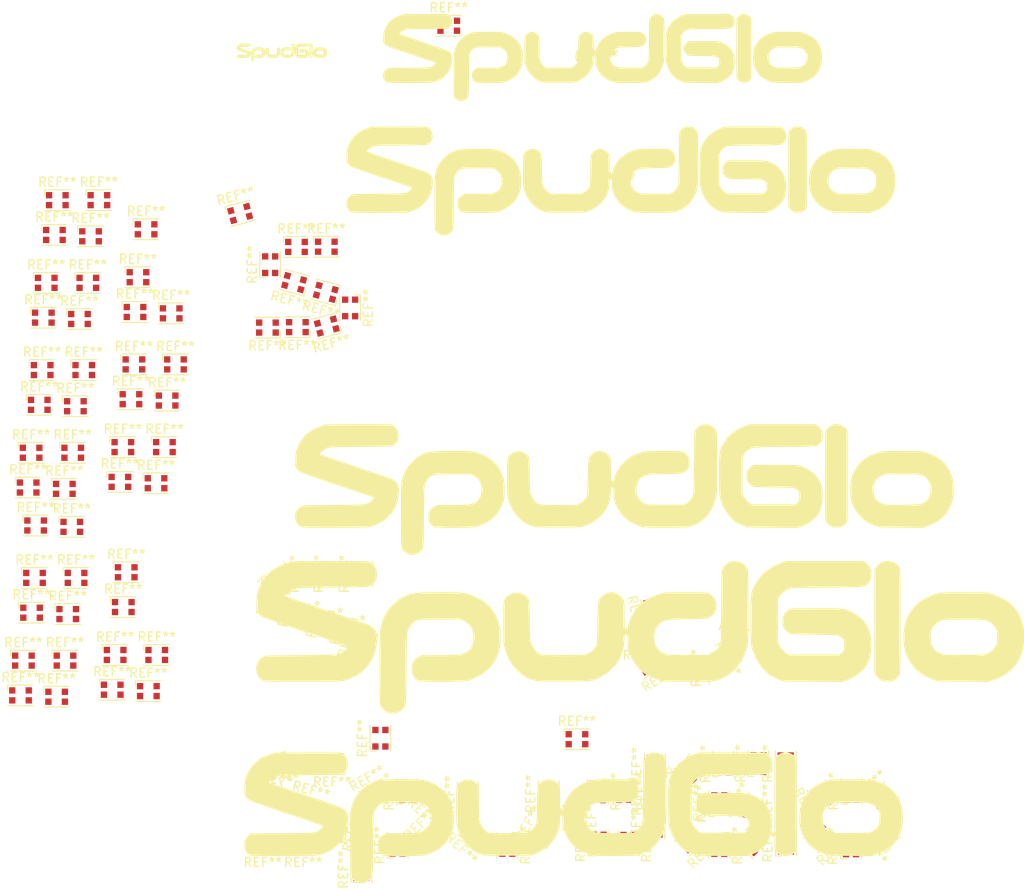
<source format=kicad_pcb>
(kicad_pcb (version 20221018) (generator pcbnew)
  (layers (0 "F.Cu" signal) (31 "B.Cu" signal) (34 "B.Paste" user) (35 "F.Paste" user) (36 "B.SilkS" user "B.Silkscreen") (37 "F.SilkS" user "F.Silkscreen") (38 "B.Mask" user) (39 "F.Mask" user) (44 "Edge.Cuts" user))
  (net 0 "")
  (footprint "LOGO" (layer "F.Cu") (at 143.2 72.05)
    (fp_text reference "G***" (at 0 0) (layer "F.SilkS") (effects (font (size 1.5 1.5) (thickness 0.3))))
    (fp_text value "LOGO" hide)
  )
  (footprint "LED_SMD:LED_WS2812B-2020_PLCC4_2.0x2.0mm" (layer "F.Cu") (at 91.7 109.925)
    (fp_text reference "REF**" (at 0 -2) (layer "F.SilkS"))
    (fp_text value "LED_WS2812B-2020_PLCC4_2.0x2.0mm" hide)
    (pad "1" smd rect (at -0.915 -0.55) (size 0.7 0.7) (layers "F.Cu" "F.Paste" "F.Mask"))
    (pad "2" smd rect (at -0.915 0.55) (size 0.7 0.7) (layers "F.Cu" "F.Paste" "F.Mask"))
    (pad "3" smd rect (at 0.915 0.55) (size 0.7 0.7) (layers "F.Cu" "F.Paste" "F.Mask"))
    (pad "4" smd rect (at 0.915 -0.55) (size 0.7 0.7) (layers "F.Cu" "F.Paste" "F.Mask"))
  )
  (footprint "LED_SMD:LED_WS2812B-2020_PLCC4_2.0x2.0mm" (layer "F.Cu") (at 171.45 153.314999 90)
    (fp_text reference "REF**" (at 0 -2 90) (layer "F.SilkS"))
    (fp_text value "LED_WS2812B-2020_PLCC4_2.0x2.0mm" hide)
    (pad "1" smd rect (at -0.915 -0.55 90) (size 0.7 0.7) (layers "F.Cu" "F.Paste" "F.Mask"))
    (pad "2" smd rect (at -0.915 0.55 90) (size 0.7 0.7) (layers "F.Cu" "F.Paste" "F.Mask"))
    (pad "3" smd rect (at 0.915 0.55 90) (size 0.7 0.7) (layers "F.Cu" "F.Paste" "F.Mask"))
    (pad "4" smd rect (at 0.915 -0.55 90) (size 0.7 0.7) (layers "F.Cu" "F.Paste" "F.Mask"))
  )
  (footprint "LED_SMD:LED_WS2812B-2020_PLCC4_2.0x2.0mm" (layer "F.Cu") (at 140.669749 156.24511 -90)
    (fp_text reference "REF**" (at 0 -2 90) (layer "F.SilkS"))
    (fp_text value "LED_WS2812B-2020_PLCC4_2.0x2.0mm" hide)
    (pad "1" smd rect (at -0.915 -0.55 270) (size 0.7 0.7) (layers "F.Cu" "F.Paste" "F.Mask"))
    (pad "2" smd rect (at -0.915 0.55 270) (size 0.7 0.7) (layers "F.Cu" "F.Paste" "F.Mask"))
    (pad "3" smd rect (at 0.915 0.55 270) (size 0.7 0.7) (layers "F.Cu" "F.Paste" "F.Mask"))
    (pad "4" smd rect (at 0.915 -0.55 270) (size 0.7 0.7) (layers "F.Cu" "F.Paste" "F.Mask"))
  )
  (footprint "LED_SMD:LED_WS2812B-2020_PLCC4_2.0x2.0mm" (layer "F.Cu") (at 121.2 159.275 90)
    (fp_text reference "REF**" (at 0 -2 90) (layer "F.SilkS"))
    (fp_text value "LED_WS2812B-2020_PLCC4_2.0x2.0mm" hide)
    (pad "1" smd rect (at -0.915 -0.55 90) (size 0.7 0.7) (layers "F.Cu" "F.Paste" "F.Mask"))
    (pad "2" smd rect (at -0.915 0.55 90) (size 0.7 0.7) (layers "F.Cu" "F.Paste" "F.Mask"))
    (pad "3" smd rect (at 0.915 0.55 90) (size 0.7 0.7) (layers "F.Cu" "F.Paste" "F.Mask"))
    (pad "4" smd rect (at 0.915 -0.55 90) (size 0.7 0.7) (layers "F.Cu" "F.Paste" "F.Mask"))
  )
  (footprint "LED_SMD:LED_WS2812B-2020_PLCC4_2.0x2.0mm" (layer "F.Cu") (at 96.625 106.075)
    (fp_text reference "REF**" (at 0 -2) (layer "F.SilkS"))
    (fp_text value "LED_WS2812B-2020_PLCC4_2.0x2.0mm" hide)
    (pad "1" smd rect (at -0.915 -0.55) (size 0.7 0.7) (layers "F.Cu" "F.Paste" "F.Mask"))
    (pad "2" smd rect (at -0.915 0.55) (size 0.7 0.7) (layers "F.Cu" "F.Paste" "F.Mask"))
    (pad "3" smd rect (at 0.915 0.55) (size 0.7 0.7) (layers "F.Cu" "F.Paste" "F.Mask"))
    (pad "4" smd rect (at 0.915 -0.55) (size 0.7 0.7) (layers "F.Cu" "F.Paste" "F.Mask"))
  )
  (footprint "LED_SMD:LED_WS2812B-2020_PLCC4_2.0x2.0mm" (layer "F.Cu") (at 164.125 154.6 90)
    (fp_text reference "REF**" (at 0 -2 90) (layer "F.SilkS"))
    (fp_text value "LED_WS2812B-2020_PLCC4_2.0x2.0mm" hide)
    (pad "1" smd rect (at -0.915 -0.55 90) (size 0.7 0.7) (layers "F.Cu" "F.Paste" "F.Mask"))
    (pad "2" smd rect (at -0.915 0.55 90) (size 0.7 0.7) (layers "F.Cu" "F.Paste" "F.Mask"))
    (pad "3" smd rect (at 0.915 0.55 90) (size 0.7 0.7) (layers "F.Cu" "F.Paste" "F.Mask"))
    (pad "4" smd rect (at 0.915 -0.55 90) (size 0.7 0.7) (layers "F.Cu" "F.Paste" "F.Mask"))
  )
  (footprint "LED_SMD:LED_WS2812B-2020_PLCC4_2.0x2.0mm" (layer "F.Cu") (at 86.475 106.7)
    (fp_text reference "REF**" (at 0 -2) (layer "F.SilkS"))
    (fp_text value "LED_WS2812B-2020_PLCC4_2.0x2.0mm" hide)
    (pad "1" smd rect (at -0.915 -0.55) (size 0.7 0.7) (layers "F.Cu" "F.Paste" "F.Mask"))
    (pad "2" smd rect (at -0.915 0.55) (size 0.7 0.7) (layers "F.Cu" "F.Paste" "F.Mask"))
    (pad "3" smd rect (at 0.915 0.55) (size 0.7 0.7) (layers "F.Cu" "F.Paste" "F.Mask"))
    (pad "4" smd rect (at 0.915 -0.55) (size 0.7 0.7) (layers "F.Cu" "F.Paste" "F.Mask"))
  )
  (footprint "LED_SMD:LED_WS2812B-2020_PLCC4_2.0x2.0mm" (layer "F.Cu") (at 164.175 159.05 90)
    (fp_text reference "REF**" (at 0 -2 90) (layer "F.SilkS"))
    (fp_text value "LED_WS2812B-2020_PLCC4_2.0x2.0mm" hide)
    (pad "1" smd rect (at -0.915 -0.55 90) (size 0.7 0.7) (layers "F.Cu" "F.Paste" "F.Mask"))
    (pad "2" smd rect (at -0.915 0.55 90) (size 0.7 0.7) (layers "F.Cu" "F.Paste" "F.Mask"))
    (pad "3" smd rect (at 0.915 0.55 90) (size 0.7 0.7) (layers "F.Cu" "F.Paste" "F.Mask"))
    (pad "4" smd rect (at 0.915 -0.55 90) (size 0.7 0.7) (layers "F.Cu" "F.Paste" "F.Mask"))
  )
  (footprint "LED_SMD:LED_WS2812B-2020_PLCC4_2.0x2.0mm" (layer "F.Cu") (at 106.8 102 180)
    (fp_text reference "REF**" (at 0 -2) (layer "F.SilkS"))
    (fp_text value "LED_WS2812B-2020_PLCC4_2.0x2.0mm" hide)
    (pad "1" smd rect (at -0.915 -0.55 180) (size 0.7 0.7) (layers "F.Cu" "F.Paste" "F.Mask"))
    (pad "2" smd rect (at -0.915 0.55 180) (size 0.7 0.7) (layers "F.Cu" "F.Paste" "F.Mask"))
    (pad "3" smd rect (at 0.915 0.55 180) (size 0.7 0.7) (layers "F.Cu" "F.Paste" "F.Mask"))
    (pad "4" smd rect (at 0.915 -0.55 180) (size 0.7 0.7) (layers "F.Cu" "F.Paste" "F.Mask"))
  )
  (footprint "LED_SMD:LED_WS2812B-2020_PLCC4_2.0x2.0mm" (layer "F.Cu") (at 117.3 129.265 90)
    (fp_text reference "REF**" (at 0 -2 90) (layer "F.SilkS"))
    (fp_text value "LED_WS2812B-2020_PLCC4_2.0x2.0mm" hide)
    (pad "1" smd rect (at -0.915 -0.55 90) (size 0.7 0.7) (layers "F.Cu" "F.Paste" "F.Mask"))
    (pad "2" smd rect (at -0.915 0.55 90) (size 0.7 0.7) (layers "F.Cu" "F.Paste" "F.Mask"))
    (pad "3" smd rect (at 0.915 0.55 90) (size 0.7 0.7) (layers "F.Cu" "F.Paste" "F.Mask"))
    (pad "4" smd rect (at 0.915 -0.55 90) (size 0.7 0.7) (layers "F.Cu" "F.Paste" "F.Mask"))
  )
  (footprint "LED_SMD:LED_WS2812B-2020_PLCC4_2.0x2.0mm" (layer "F.Cu") (at 86.925 97.05)
    (fp_text reference "REF**" (at 0 -2) (layer "F.SilkS"))
    (fp_text value "LED_WS2812B-2020_PLCC4_2.0x2.0mm" hide)
    (pad "1" smd rect (at -0.915 -0.55) (size 0.7 0.7) (layers "F.Cu" "F.Paste" "F.Mask"))
    (pad "2" smd rect (at -0.915 0.55) (size 0.7 0.7) (layers "F.Cu" "F.Paste" "F.Mask"))
    (pad "3" smd rect (at 0.915 0.55) (size 0.7 0.7) (layers "F.Cu" "F.Paste" "F.Mask"))
    (pad "4" smd rect (at 0.915 -0.55) (size 0.7 0.7) (layers "F.Cu" "F.Paste" "F.Mask"))
  )
  (footprint "LED_SMD:LED_WS2812B-2020_PLCC4_2.0x2.0mm" (layer "F.Cu") (at 107.025 132.575 -105)
    (fp_text reference "REF**" (at 0 -2 75) (layer "F.SilkS"))
    (fp_text value "LED_WS2812B-2020_PLCC4_2.0x2.0mm" hide)
    (pad "1" smd rect (at -0.915 -0.55 255) (size 0.7 0.7) (layers "F.Cu" "F.Paste" "F.Mask"))
    (pad "2" smd rect (at -0.915 0.55 255) (size 0.7 0.7) (layers "F.Cu" "F.Paste" "F.Mask"))
    (pad "3" smd rect (at 0.915 0.55 255) (size 0.7 0.7) (layers "F.Cu" "F.Paste" "F.Mask"))
    (pad "4" smd rect (at 0.915 -0.55 255) (size 0.7 0.7) (layers "F.Cu" "F.Paste" "F.Mask"))
  )
  (footprint "LED_SMD:LED_WS2812B-2020_PLCC4_2.0x2.0mm" (layer "F.Cu") (at 119.3 147.44 90)
    (fp_text reference "REF**" (at 0 -2 90) (layer "F.SilkS"))
    (fp_text value "LED_WS2812B-2020_PLCC4_2.0x2.0mm" hide)
    (pad "1" smd rect (at -0.915 -0.55 90) (size 0.7 0.7) (layers "F.Cu" "F.Paste" "F.Mask"))
    (pad "2" smd rect (at -0.915 0.55 90) (size 0.7 0.7) (layers "F.Cu" "F.Paste" "F.Mask"))
    (pad "3" smd rect (at 0.915 0.55 90) (size 0.7 0.7) (layers "F.Cu" "F.Paste" "F.Mask"))
    (pad "4" smd rect (at 0.915 -0.55 90) (size 0.7 0.7) (layers "F.Cu" "F.Paste" "F.Mask"))
  )
  (footprint "LED_SMD:LED_WS2812B-2020_PLCC4_2.0x2.0mm" (layer "F.Cu") (at 90.475 119.075)
    (fp_text reference "REF**" (at 0 -2) (layer "F.SilkS"))
    (fp_text value "LED_WS2812B-2020_PLCC4_2.0x2.0mm" hide)
    (pad "1" smd rect (at -0.915 -0.55) (size 0.7 0.7) (layers "F.Cu" "F.Paste" "F.Mask"))
    (pad "2" smd rect (at -0.915 0.55) (size 0.7 0.7) (layers "F.Cu" "F.Paste" "F.Mask"))
    (pad "3" smd rect (at 0.915 0.55) (size 0.7 0.7) (layers "F.Cu" "F.Paste" "F.Mask"))
    (pad "4" smd rect (at 0.915 -0.55) (size 0.7 0.7) (layers "F.Cu" "F.Paste" "F.Mask"))
  )
  (footprint "LED_SMD:LED_WS2812B-2020_PLCC4_2.0x2.0mm" (layer "F.Cu") (at 149.625 157.185 90)
    (fp_text reference "REF**" (at 0 -2 90) (layer "F.SilkS"))
    (fp_text value "LED_WS2812B-2020_PLCC4_2.0x2.0mm" hide)
    (pad "1" smd rect (at -0.915 -0.55 90) (size 0.7 0.7) (layers "F.Cu" "F.Paste" "F.Mask"))
    (pad "2" smd rect (at -0.915 0.55 90) (size 0.7 0.7) (layers "F.Cu" "F.Paste" "F.Mask"))
    (pad "3" smd rect (at 0.915 0.55 90) (size 0.7 0.7) (layers "F.Cu" "F.Paste" "F.Mask"))
    (pad "4" smd rect (at 0.915 -0.55 90) (size 0.7 0.7) (layers "F.Cu" "F.Paste" "F.Mask"))
  )
  (footprint "LED_SMD:LED_WS2812B-2020_PLCC4_2.0x2.0mm" (layer "F.Cu") (at 81.15 123.9)
    (fp_text reference "REF**" (at 0 -2) (layer "F.SilkS"))
    (fp_text value "LED_WS2812B-2020_PLCC4_2.0x2.0mm" hide)
    (pad "1" smd rect (at -0.915 -0.55) (size 0.7 0.7) (layers "F.Cu" "F.Paste" "F.Mask"))
    (pad "2" smd rect (at -0.915 0.55) (size 0.7 0.7) (layers "F.Cu" "F.Paste" "F.Mask"))
    (pad "3" smd rect (at 0.915 0.55) (size 0.7 0.7) (layers "F.Cu" "F.Paste" "F.Mask"))
    (pad "4" smd rect (at 0.915 -0.55) (size 0.7 0.7) (layers "F.Cu" "F.Paste" "F.Mask"))
  )
  (footprint "LED_SMD:LED_WS2812B-2020_PLCC4_2.0x2.0mm" (layer "F.Cu") (at 153.625 158.675 -135)
    (fp_text reference "REF**" (at 0 -2 45) (layer "F.SilkS"))
    (fp_text value "LED_WS2812B-2020_PLCC4_2.0x2.0mm" hide)
    (pad "1" smd rect (at -0.915 -0.55 225) (size 0.7 0.7) (layers "F.Cu" "F.Paste" "F.Mask"))
    (pad "2" smd rect (at -0.915 0.55 225) (size 0.7 0.7) (layers "F.Cu" "F.Paste" "F.Mask"))
    (pad "3" smd rect (at 0.915 0.55 225) (size 0.7 0.7) (layers "F.Cu" "F.Paste" "F.Mask"))
    (pad "4" smd rect (at 0.915 -0.55 225) (size 0.7 0.7) (layers "F.Cu" "F.Paste" "F.Mask"))
  )
  (footprint "LED_SMD:LED_WS2812B-2020_PLCC4_2.0x2.0mm" (layer "F.Cu") (at 85.55 110.7)
    (fp_text reference "REF**" (at 0 -2) (layer "F.SilkS"))
    (fp_text value "LED_WS2812B-2020_PLCC4_2.0x2.0mm" hide)
    (pad "1" smd rect (at -0.915 -0.55) (size 0.7 0.7) (layers "F.Cu" "F.Paste" "F.Mask"))
    (pad "2" smd rect (at -0.915 0.55) (size 0.7 0.7) (layers "F.Cu" "F.Paste" "F.Mask"))
    (pad "3" smd rect (at 0.915 0.55) (size 0.7 0.7) (layers "F.Cu" "F.Paste" "F.Mask"))
    (pad "4" smd rect (at 0.915 -0.55) (size 0.7 0.7) (layers "F.Cu" "F.Paste" "F.Mask"))
  )
  (footprint "LED_SMD:LED_WS2812B-2020_PLCC4_2.0x2.0mm" (layer "F.Cu") (at 89.95 138.225)
    (fp_text reference "REF**" (at 0 -2) (layer "F.SilkS"))
    (fp_text value "LED_WS2812B-2020_PLCC4_2.0x2.0mm" hide)
    (pad "1" smd rect (at -0.915 -0.55) (size 0.7 0.7) (layers "F.Cu" "F.Paste" "F.Mask"))
    (pad "2" smd rect (at -0.915 0.55) (size 0.7 0.7) (layers "F.Cu" "F.Paste" "F.Mask"))
    (pad "3" smd rect (at 0.915 0.55) (size 0.7 0.7) (layers "F.Cu" "F.Paste" "F.Mask"))
    (pad "4" smd rect (at 0.915 -0.55) (size 0.7 0.7) (layers "F.Cu" "F.Paste" "F.Mask"))
  )
  (footprint "LED_SMD:LED_WS2812B-2020_PLCC4_2.0x2.0mm" (layer "F.Cu") (at 113.366472 101.831921 -165)
    (fp_text reference "REF**" (at 0 -2 15) (layer "F.SilkS"))
    (fp_text value "LED_WS2812B-2020_PLCC4_2.0x2.0mm" hide)
    (pad "1" smd rect (at -0.915 -0.55 195) (size 0.7 0.7) (layers "F.Cu" "F.Paste" "F.Mask"))
    (pad "2" smd rect (at -0.915 0.55 195) (size 0.7 0.7) (layers "F.Cu" "F.Paste" "F.Mask"))
    (pad "3" smd rect (at 0.915 0.55 195) (size 0.7 0.7) (layers "F.Cu" "F.Paste" "F.Mask"))
    (pad "4" smd rect (at 0.915 -0.55 195) (size 0.7 0.7) (layers "F.Cu" "F.Paste" "F.Mask"))
  )
  (footprint "LED_SMD:LED_WS2812B-2020_PLCC4_2.0x2.0mm" (layer "F.Cu") (at 125.058094 158.364089 45)
    (fp_text reference "REF**" (at 0 -2 45) (layer "F.SilkS"))
    (fp_text value "LED_WS2812B-2020_PLCC4_2.0x2.0mm" hide)
    (pad "1" smd rect (at -0.915 -0.55 45) (size 0.7 0.7) (layers "F.Cu" "F.Paste" "F.Mask"))
    (pad "2" smd rect (at -0.915 0.55 45) (size 0.7 0.7) (layers "F.Cu" "F.Paste" "F.Mask"))
    (pad "3" smd rect (at 0.915 0.55 45) (size 0.7 0.7) (layers "F.Cu" "F.Paste" "F.Mask"))
    (pad "4" smd rect (at 0.915 -0.55 45) (size 0.7 0.7) (layers "F.Cu" "F.Paste" "F.Mask"))
  )
  (footprint "LED_SMD:LED_WS2812B-2020_PLCC4_2.0x2.0mm" (layer "F.Cu") (at 114.175 157.4 -105)
    (fp_text reference "REF**" (at 0 -2 -285) (layer "F.SilkS"))
    (fp_text value "LED_WS2812B-2020_PLCC4_2.0x2.0mm" hide)
    (pad "1" smd rect (at -0.915 -0.55 255) (size 0.7 0.7) (layers "F.Cu" "F.Paste" "F.Mask"))
    (pad "2" smd rect (at -0.915 0.55 255) (size 0.7 0.7) (layers "F.Cu" "F.Paste" "F.Mask"))
    (pad "3" smd rect (at 0.915 0.55 255) (size 0.7 0.7) (layers "F.Cu" "F.Paste" "F.Mask"))
    (pad "4" smd rect (at 0.915 -0.55 255) (size 0.7 0.7) (layers "F.Cu" "F.Paste" "F.Mask"))
  )
  (footprint "LED_SMD:LED_WS2812B-2020_PLCC4_2.0x2.0mm" (layer "F.Cu") (at 90.85 132.925)
    (fp_text reference "REF**" (at 0 -2) (layer "F.SilkS"))
    (fp_text value "LED_WS2812B-2020_PLCC4_2.0x2.0mm" hide)
    (pad "1" smd rect (at -0.915 -0.55) (size 0.7 0.7) (layers "F.Cu" "F.Paste" "F.Mask"))
    (pad "2" smd rect (at -0.915 0.55) (size 0.7 0.7) (layers "F.Cu" "F.Paste" "F.Mask"))
    (pad "3" smd rect (at 0.915 0.55) (size 0.7 0.7) (layers "F.Cu" "F.Paste" "F.Mask"))
    (pad "4" smd rect (at 0.915 -0.55) (size 0.7 0.7) (layers "F.Cu" "F.Paste" "F.Mask"))
  )
  (footprint "LED_SMD:LED_WS2812B-2020_PLCC4_2.0x2.0mm" (layer "F.Cu") (at 168.225 153.85 120)
    (fp_text reference "REF**" (at 0 -2 120) (layer "F.SilkS"))
    (fp_text value "LED_WS2812B-2020_PLCC4_2.0x2.0mm" hide)
    (pad "1" smd rect (at -0.915 -0.55 120) (size 0.7 0.7) (layers "F.Cu" "F.Paste" "F.Mask"))
    (pad "2" smd rect (at -0.915 0.55 120) (size 0.7 0.7) (layers "F.Cu" "F.Paste" "F.Mask"))
    (pad "3" smd rect (at 0.915 0.55 120) (size 0.7 0.7) (layers "F.Cu" "F.Paste" "F.Mask"))
    (pad "4" smd rect (at 0.915 -0.55 120) (size 0.7 0.7) (layers "F.Cu" "F.Paste" "F.Mask"))
  )
  (footprint "LED_SMD:LED_WS2812B-2020_PLCC4_2.0x2.0mm" (layer "F.Cu") (at 156.8 154.685 90)
    (fp_text reference "REF**" (at 0 -2 90) (layer "F.SilkS"))
    (fp_text value "LED_WS2812B-2020_PLCC4_2.0x2.0mm" hide)
    (pad "1" smd rect (at -0.915 -0.55 90) (size 0.7 0.7) (layers "F.Cu" "F.Paste" "F.Mask"))
    (pad "2" smd rect (at -0.915 0.55 90) (size 0.7 0.7) (layers "F.Cu" "F.Paste" "F.Mask"))
    (pad "3" smd rect (at 0.915 0.55 90) (size 0.7 0.7) (layers "F.Cu" "F.Paste" "F.Mask"))
    (pad "4" smd rect (at 0.915 -0.55 90) (size 0.7 0.7) (layers "F.Cu" "F.Paste" "F.Mask"))
  )
  (footprint "LED_SMD:LED_WS2812B-2020_PLCC4_2.0x2.0mm" (layer "F.Cu") (at 107.026173 153.73056 -15)
    (fp_text reference "REF**" (at 0 -2 165) (layer "F.SilkS"))
    (fp_text value "LED_WS2812B-2020_PLCC4_2.0x2.0mm" hide)
    (pad "1" smd rect (at -0.915 -0.55 345) (size 0.7 0.7) (layers "F.Cu" "F.Paste" "F.Mask"))
    (pad "2" smd rect (at -0.915 0.55 345) (size 0.7 0.7) (layers "F.Cu" "F.Paste" "F.Mask"))
    (pad "3" smd rect (at 0.915 0.55 345) (size 0.7 0.7) (layers "F.Cu" "F.Paste" "F.Mask"))
    (pad "4" smd rect (at 0.915 -0.55 345) (size 0.7 0.7) (layers "F.Cu" "F.Paste" "F.Mask"))
  )
  (footprint "LED_SMD:LED_WS2812B-2020_PLCC4_2.0x2.0mm" (layer "F.Cu") (at 143.45 159.04 90)
    (fp_text reference "REF**" (at 0 -2 90) (layer "F.SilkS"))
    (fp_text value "LED_WS2812B-2020_PLCC4_2.0x2.0mm" hide)
    (pad "1" smd rect (at -0.915 -0.55 90) (size 0.7 0.7) (layers "F.Cu" "F.Paste" "F.Mask"))
    (pad "2" smd rect (at -0.915 0.55 90) (size 0.7 0.7) (layers "F.Cu" "F.Paste" "F.Mask"))
    (pad "3" smd rect (at 0.915 0.55 90) (size 0.7 0.7) (layers "F.Cu" "F.Paste" "F.Mask"))
    (pad "4" smd rect (at 0.915 -0.55 90) (size 0.7 0.7) (layers "F.Cu" "F.Paste" "F.Mask"))
  )
  (footprint "LED_SMD:LED_WS2812B-2020_PLCC4_2.0x2.0mm" (layer "F.Cu") (at 149.55556 133.201173 105)
    (fp_text reference "REF**" (at 0 -2 105) (layer "F.SilkS"))
    (fp_text value "LED_WS2812B-2020_PLCC4_2.0x2.0mm" hide)
    (pad "1" smd rect (at -0.915 -0.55 105) (size 0.7 0.7) (layers "F.Cu" "F.Paste" "F.Mask"))
    (pad "2" smd rect (at -0.915 0.55 105) (size 0.7 0.7) (layers "F.Cu" "F.Paste" "F.Mask"))
    (pad "3" smd rect (at 0.915 0.55 105) (size 0.7 0.7) (layers "F.Cu" "F.Paste" "F.Mask"))
    (pad "4" smd rect (at 0.915 -0.55 105) (size 0.7 0.7) (layers "F.Cu" "F.Paste" "F.Mask"))
  )
  (footprint "LED_SMD:LED_WS2812B-2020_PLCC4_2.0x2.0mm" (layer "F.Cu") (at 161.125 150.24 90)
    (fp_text reference "REF**" (at 0 -2 90) (layer "F.SilkS"))
    (fp_text value "LED_WS2812B-2020_PLCC4_2.0x2.0mm" hide)
    (pad "1" smd rect (at -0.915 -0.55 90) (size 0.7 0.7) (layers "F.Cu" "F.Paste" "F.Mask"))
    (pad "2" smd rect (at -0.915 0.55 90) (size 0.7 0.7) (layers "F.Cu" "F.Paste" "F.Mask"))
    (pad "3" smd rect (at 0.915 0.55 90) (size 0.7 0.7) (layers "F.Cu" "F.Paste" "F.Mask"))
    (pad "4" smd rect (at 0.915 -0.55 90) (size 0.7 0.7) (layers "F.Cu" "F.Paste" "F.Mask"))
  )
  (footprint "LED_SMD:LED_WS2812B-2020_PLCC4_2.0x2.0mm" (layer "F.Cu") (at 112.75 134.55 -105)
    (fp_text reference "REF**" (at 0 -2 75) (layer "F.SilkS"))
    (fp_text value "LED_WS2812B-2020_PLCC4_2.0x2.0mm" hide)
    (pad "1" smd rect (at -0.915 -0.55 255) (size 0.7 0.7) (layers "F.Cu" "F.Paste" "F.Mask"))
    (pad "2" smd rect (at -0.915 0.55 255) (size 0.7 0.7) (layers "F.Cu" "F.Paste" "F.Mask"))
    (pad "3" smd rect (at 0.915 0.55 255) (size 0.7 0.7) (layers "F.Cu" "F.Paste" "F.Mask"))
    (pad "4" smd rect (at 0.915 -0.55 255) (size 0.7 0.7) (layers "F.Cu" "F.Paste" "F.Mask"))
  )
  (footprint "LED_SMD:LED_WS2812B-2020_PLCC4_2.0x2.0mm" (layer "F.Cu") (at 95.4 115.225)
    (fp_text reference "REF**" (at 0 -2) (layer "F.SilkS"))
    (fp_text value "LED_WS2812B-2020_PLCC4_2.0x2.0mm" hide)
    (pad "1" smd rect (at -0.915 -0.55) (size 0.7 0.7) (layers "F.Cu" "F.Paste" "F.Mask"))
    (pad "2" smd rect (at -0.915 0.55) (size 0.7 0.7) (layers "F.Cu" "F.Paste" "F.Mask"))
    (pad "3" smd rect (at 0.915 0.55) (size 0.7 0.7) (layers "F.Cu" "F.Paste" "F.Mask"))
    (pad "4" smd rect (at 0.915 -0.55) (size 0.7 0.7) (layers "F.Cu" "F.Paste" "F.Mask"))
  )
  (footprint "LED_SMD:LED_WS2812B-2020_PLCC4_2.0x2.0mm" (layer "F.Cu") (at 149.167415 139.118814 -150)
    (fp_text reference "REF**" (at 0 -2 30) (layer "F.SilkS"))
    (fp_text value "LED_WS2812B-2020_PLCC4_2.0x2.0mm" hide)
    (pad "1" smd rect (at -0.915 -0.55 210) (size 0.7 0.7) (layers "F.Cu" "F.Paste" "F.Mask"))
    (pad "2" smd rect (at -0.915 0.55 210) (size 0.7 0.7) (layers "F.Cu" "F.Paste" "F.Mask"))
    (pad "3" smd rect (at 0.915 0.55 210) (size 0.7 0.7) (layers "F.Cu" "F.Paste" "F.Mask"))
    (pad "4" smd rect (at 0.915 -0.55 210) (size 0.7 0.7) (layers "F.Cu" "F.Paste" "F.Mask"))
  )
  (footprint "LED_SMD:LED_WS2812B-2020_PLCC4_2.0x2.0mm" (layer "F.Cu") (at 157.25 150.29 90)
    (fp_text reference "REF**" (at 0 -2 90) (layer "F.SilkS"))
    (fp_text value "LED_WS2812B-2020_PLCC4_2.0x2.0mm" hide)
    (pad "1" smd rect (at -0.915 -0.55 90) (size 0.7 0.7) (layers "F.Cu" "F.Paste" "F.Mask"))
    (pad "2" smd rect (at -0.915 0.55 90) (size 0.7 0.7) (layers "F.Cu" "F.Paste" "F.Mask"))
    (pad "3" smd rect (at 0.915 0.55 90) (size 0.7 0.7) (layers "F.Cu" "F.Paste" "F.Mask"))
    (pad "4" smd rect (at 0.915 -0.55 90) (size 0.7 0.7) (layers "F.Cu" "F.Paste" "F.Mask"))
  )
  (footprint "LOGO" (layer "F.Cu") (at 145.05 85.7)
    (fp_text reference "G***" (at 0 0) (layer "F.SilkS") (effects (font (size 1.5 1.5) (thickness 0.3))))
    (fp_text value "LOGO" hide)
  )
  (footprint "LED_SMD:LED_WS2812B-2020_PLCC4_2.0x2.0mm" (layer "F.Cu") (at 84.7 133.7)
    (fp_text reference "REF**" (at 0 -2) (layer "F.SilkS"))
    (fp_text value "LED_WS2812B-2020_PLCC4_2.0x2.0mm" hide)
    (pad "1" smd rect (at -0.915 -0.55) (size 0.7 0.7) (layers "F.Cu" "F.Paste" "F.Mask"))
    (pad "2" smd rect (at -0.915 0.55) (size 0.7 0.7) (layers "F.Cu" "F.Paste" "F.Mask"))
    (pad "3" smd rect (at 0.915 0.55) (size 0.7 0.7) (layers "F.Cu" "F.Paste" "F.Mask"))
    (pad "4" smd rect (at 0.915 -0.55) (size 0.7 0.7) (layers "F.Cu" "F.Paste" "F.Mask"))
  )
  (footprint "LED_SMD:LED_WS2812B-2020_PLCC4_2.0x2.0mm" (layer "F.Cu") (at 146.75 159.065 -90)
    (fp_text reference "REF**" (at 0 -2 90) (layer "F.SilkS"))
    (fp_text value "LED_WS2812B-2020_PLCC4_2.0x2.0mm" hide)
    (pad "1" smd rect (at -0.915 -0.55 270) (size 0.7 0.7) (layers "F.Cu" "F.Paste" "F.Mask"))
    (pad "2" smd rect (at -0.915 0.55 270) (size 0.7 0.7) (layers "F.Cu" "F.Paste" "F.Mask"))
    (pad "3" smd rect (at 0.915 0.55 270) (size 0.7 0.7) (layers "F.Cu" "F.Paste" "F.Mask"))
    (pad "4" smd rect (at 0.915 -0.55 270) (size 0.7 0.7) (layers "F.Cu" "F.Paste" "F.Mask"))
  )
  (footprint "LED_SMD:LED_WS2812B-2020_PLCC4_2.0x2.0mm" (layer "F.Cu") (at 158.275 137.425 -15)
    (fp_text reference "REF**" (at 0 -2 165) (layer "F.SilkS"))
    (fp_text value "LED_WS2812B-2020_PLCC4_2.0x2.0mm" hide)
    (pad "1" smd rect (at -0.915 -0.55 345) (size 0.7 0.7) (layers "F.Cu" "F.Paste" "F.Mask"))
    (pad "2" smd rect (at -0.915 0.55 345) (size 0.7 0.7) (layers "F.Cu" "F.Paste" "F.Mask"))
    (pad "3" smd rect (at 0.915 0.55 345) (size 0.7 0.7) (layers "F.Cu" "F.Paste" "F.Mask"))
    (pad "4" smd rect (at 0.915 -0.55 345) (size 0.7 0.7) (layers "F.Cu" "F.Paste" "F.Mask"))
  )
  (footprint "LED_SMD:LED_WS2812B-2020_PLCC4_2.0x2.0mm" (layer "F.Cu") (at 106.285 159.175 180)
    (fp_text reference "REF**" (at 0 -2) (layer "F.SilkS"))
    (fp_text value "LED_WS2812B-2020_PLCC4_2.0x2.0mm" hide)
    (pad "1" smd rect (at -0.915 -0.55 180) (size 0.7 0.7) (layers "F.Cu" "F.Paste" "F.Mask"))
    (pad "2" smd rect (at -0.915 0.55 180) (size 0.7 0.7) (layers "F.Cu" "F.Paste" "F.Mask"))
    (pad "3" smd rect (at 0.915 0.55 180) (size 0.7 0.7) (layers "F.Cu" "F.Paste" "F.Mask"))
    (pad "4" smd rect (at 0.915 -0.55 180) (size 0.7 0.7) (layers "F.Cu" "F.Paste" "F.Mask"))
  )
  (footprint "LED_SMD:LED_WS2812B-2020_PLCC4_2.0x2.0mm" (layer "F.Cu") (at 94.475 119.225)
    (fp_text reference "REF**" (at 0 -2) (layer "F.SilkS"))
    (fp_text value "LED_WS2812B-2020_PLCC4_2.0x2.0mm" hide)
    (pad "1" smd rect (at -0.915 -0.55) (size 0.7 0.7) (layers "F.Cu" "F.Paste" "F.Mask"))
    (pad "2" smd rect (at -0.915 0.55) (size 0.7 0.7) (layers "F.Cu" "F.Paste" "F.Mask"))
    (pad "3" smd rect (at 0.915 0.55) (size 0.7 0.7) (layers "F.Cu" "F.Paste" "F.Mask"))
    (pad "4" smd rect (at 0.915 -0.55) (size 0.7 0.7) (layers "F.Cu" "F.Paste" "F.Mask"))
  )
  (footprint "LED_SMD:LED_WS2812B-2020_PLCC4_2.0x2.0mm" (layer "F.Cu") (at 110.015 93.075)
    (fp_text reference "REF**" (at 0 -2) (layer "F.SilkS"))
    (fp_text value "LED_WS2812B-2020_PLCC4_2.0x2.0mm" hide)
    (pad "1" smd rect (at -0.915 -0.55) (size 0.7 0.7) (layers "F.Cu" "F.Paste" "F.Mask"))
    (pad "2" smd rect (at -0.915 0.55) (size 0.7 0.7) (layers "F.Cu" "F.Paste" "F.Mask"))
    (pad "3" smd rect (at 0.915 0.55) (size 0.7 0.7) (layers "F.Cu" "F.Paste" "F.Mask"))
    (pad "4" smd rect (at 0.915 -0.55) (size 0.7 0.7) (layers "F.Cu" "F.Paste" "F.Mask"))
  )
  (footprint "LED_SMD:LED_WS2812B-2020_PLCC4_2.0x2.0mm" (layer "F.Cu") (at 153.610911 150.958094 135)
    (fp_text reference "REF**" (at 0 -2 135) (layer "F.SilkS"))
    (fp_text value "LED_WS2812B-2020_PLCC4_2.0x2.0mm" hide)
    (pad "1" smd rect (at -0.915 -0.55 135) (size 0.7 0.7) (layers "F.Cu" "F.Paste" "F.Mask"))
    (pad "2" smd rect (at -0.915 0.55 135) (size 0.7 0.7) (layers "F.Cu" "F.Paste" "F.Mask"))
    (pad "3" smd rect (at 0.915 0.55 135) (size 0.7 0.7) (layers "F.Cu" "F.Paste" "F.Mask"))
    (pad "4" smd rect (at 0.915 -0.55 135) (size 0.7 0.7) (layers "F.Cu" "F.Paste" "F.Mask"))
  )
  (footprint "LED_SMD:LED_WS2812B-2020_PLCC4_2.0x2.0mm" (layer "F.Cu") (at 113.315 93.05)
    (fp_text reference "REF**" (at 0 -2) (layer "F.SilkS"))
    (fp_text value "LED_WS2812B-2020_PLCC4_2.0x2.0mm" hide)
    (pad "1" smd rect (at -0.915 -0.55) (size 0.7 0.7) (layers "F.Cu" "F.Paste" "F.Mask"))
    (pad "2" smd rect (at -0.915 0.55) (size 0.7 0.7) (layers "F.Cu" "F.Paste" "F.Mask"))
    (pad "3" smd rect (at 0.915 0.55) (size 0.7 0.7) (layers "F.Cu" "F.Paste" "F.Mask"))
    (pad "4" smd rect (at 0.915 -0.55) (size 0.7 0.7) (layers "F.Cu" "F.Paste" "F.Mask"))
  )
  (footprint "LED_SMD:LED_WS2812B-2020_PLCC4_2.0x2.0mm" (layer "F.Cu") (at 146.25 153.325 -90)
    (fp_text reference "REF**" (at 0 -2 90) (layer "F.SilkS"))
    (fp_text value "LED_WS2812B-2020_PLCC4_2.0x2.0mm" hide)
    (pad "1" smd rect (at -0.915 -0.55 270) (size 0.7 0.7) (layers "F.Cu" "F.Paste" "F.Mask"))
    (pad "2" smd rect (at -0.915 0.55 270) (size 0.7 0.7) (layers "F.Cu" "F.Paste" "F.Mask"))
    (pad "3" smd rect (at 0.915 0.55 270) (size 0.7 0.7) (layers "F.Cu" "F.Paste" "F.Mask"))
    (pad "4" smd rect (at 0.915 -0.55 270) (size 0.7 0.7) (layers "F.Cu" "F.Paste" "F.Mask"))
  )
  (footprint "LED_SMD:LED_WS2812B-2020_PLCC4_2.0x2.0mm" (layer "F.Cu") (at 117.544436 136.976169 75)
    (fp_text reference "REF**" (at 0 -2 75) (layer "F.SilkS"))
    (fp_text value "LED_WS2812B-2020_PLCC4_2.0x2.0mm" hide)
    (pad "1" smd rect (at -0.915 -0.55 75) (size 0.7 0.7) (layers "F.Cu" "F.Paste" "F.Mask"))
    (pad "2" smd rect (at -0.915 0.55 75) (size 0.7 0.7) (layers "F.Cu" "F.Paste" "F.Mask"))
    (pad "3" smd rect (at 0.915 0.55 75) (size 0.7 0.7) (layers "F.Cu" "F.Paste" "F.Mask"))
    (pad "4" smd rect (at 0.915 -0.55 75) (size 0.7 0.7) (layers "F.Cu" "F.Paste" "F.Mask"))
  )
  (footprint "LED_SMD:LED_WS2812B-2020_PLCC4_2.0x2.0mm" (layer "F.Cu") (at 83.475 142.85)
    (fp_text reference "REF**" (at 0 -2) (layer "F.SilkS"))
    (fp_text value "LED_WS2812B-2020_PLCC4_2.0x2.0mm" hide)
    (pad "1" smd rect (at -0.915 -0.55) (size 0.7 0.7) (layers "F.Cu" "F.Paste" "F.Mask"))
    (pad "2" smd rect (at -0.915 0.55) (size 0.7 0.7) (layers "F.Cu" "F.Paste" "F.Mask"))
    (pad "3" smd rect (at 0.915 0.55) (size 0.7 0.7) (layers "F.Cu" "F.Paste" "F.Mask"))
    (pad "4" smd rect (at 0.915 -0.55) (size 0.7 0.7) (layers "F.Cu" "F.Paste" "F.Mask"))
  )
  (footprint "LED_SMD:LED_WS2812B-2020_PLCC4_2.0x2.0mm" (layer "F.Cu") (at 137.406186 157.832587 60)
    (fp_text reference "REF**" (at 0 -2 60) (layer "F.SilkS"))
    (fp_text value "LED_WS2812B-2020_PLCC4_2.0x2.0mm" hide)
    (pad "1" smd rect (at -0.915 -0.55 60) (size 0.7 0.7) (layers "F.Cu" "F.Paste" "F.Mask"))
    (pad "2" smd rect (at -0.915 0.55 60) (size 0.7 0.7) (layers "F.Cu" "F.Paste" "F.Mask"))
    (pad "3" smd rect (at 0.915 0.55 60) (size 0.7 0.7) (layers "F.Cu" "F.Paste" "F.Mask"))
    (pad "4" smd rect (at 0.915 -0.55 60) (size 0.7 0.7) (layers "F.Cu" "F.Paste" "F.Mask"))
  )
  (footprint "LED_SMD:LED_WS2812B-2020_PLCC4_2.0x2.0mm" (layer "F.Cu") (at 110.75 159.175 180)
    (fp_text reference "REF**" (at 0 -2) (layer "F.SilkS"))
    (fp_text value "LED_WS2812B-2020_PLCC4_2.0x2.0mm" hide)
    (pad "1" smd rect (at -0.915 -0.55 180) (size 0.7 0.7) (layers "F.Cu" "F.Paste" "F.Mask"))
    (pad "2" smd rect (at -0.915 0.55 180) (size 0.7 0.7) (layers "F.Cu" "F.Paste" "F.Mask"))
    (pad "3" smd rect (at 0.915 0.55 180) (size 0.7 0.7) (layers "F.Cu" "F.Paste" "F.Mask"))
    (pad "4" smd rect (at 0.915 -0.55 180) (size 0.7 0.7) (layers "F.Cu" "F.Paste" "F.Mask"))
  )
  (footprint "LED_SMD:LED_WS2812B-2020_PLCC4_2.0x2.0mm" (layer "F.Cu") (at 81.875 106.7)
    (fp_text reference "REF**" (at 0 -2) (layer "F.SilkS"))
    (fp_text value "LED_WS2812B-2020_PLCC4_2.0x2.0mm" hide)
    (pad "1" smd rect (at -0.915 -0.55) (size 0.7 0.7) (layers "F.Cu" "F.Paste" "F.Mask"))
    (pad "2" smd rect (at -0.915 0.55) (size 0.7 0.7) (layers "F.Cu" "F.Paste" "F.Mask"))
    (pad "3" smd rect (at 0.915 0.55) (size 0.7 0.7) (layers "F.Cu" "F.Paste" "F.Mask"))
    (pad "4" smd rect (at 0.915 -0.55) (size 0.7 0.7) (layers "F.Cu" "F.Paste" "F.Mask"))
  )
  (footprint "LED_SMD:LED_WS2812B-2020_PLCC4_2.0x2.0mm" (layer "F.Cu") (at 79.8 138.85)
    (fp_text reference "REF**" (at 0 -2) (layer "F.SilkS"))
    (fp_text value "LED_WS2812B-2020_PLCC4_2.0x2.0mm" hide)
    (pad "1" smd rect (at -0.915 -0.55) (size 0.7 0.7) (layers "F.Cu" "F.Paste" "F.Mask"))
    (pad "2" smd rect (at -0.915 0.55) (size 0.7 0.7) (layers "F.Cu" "F.Paste" "F.Mask"))
    (pad "3" smd rect (at 0.915 0.55) (size 0.7 0.7) (layers "F.Cu" "F.Paste" "F.Mask"))
    (pad "4" smd rect (at 0.915 -0.55) (size 0.7 0.7) (layers "F.Cu" "F.Paste" "F.Mask"))
  )
  (footprint "LED_SMD:LED_WS2812B-2020_PLCC4_2.0x2.0mm" (layer "F.Cu") (at 156.033814 139.617413 -60)
    (fp_text reference "REF**" (at 0 -2 120) (layer "F.SilkS"))
    (fp_text value "LED_WS2812B-2020_PLCC4_2.0x2.0mm" hide)
    (pad "1" smd rect (at -0.915 -0.55 300) (size 0.7 0.7) (layers "F.Cu" "F.Paste" "F.Mask"))
    (pad "2" smd rect (at -0.915 0.55 300) (size 0.7 0.7) (layers "F.Cu" "F.Paste" "F.Mask"))
    (pad "3" smd rect (at 0.915 0.55 300) (size 0.7 0.7) (layers "F.Cu" "F.Paste" "F.Mask"))
    (pad "4" smd rect (at 0.915 -0.55 300) (size 0.7 0.7) (layers "F.Cu" "F.Paste" "F.Mask"))
  )
  (footprint "LED_SMD:LED_WS2812B-2020_PLCC4_2.0x2.0mm" (layer "F.Cu") (at 122.25 153.335 90)
    (fp_text reference "REF**" (at 0 -2 90) (layer "F.SilkS"))
    (fp_text value "LED_WS2812B-2020_PLCC4_2.0x2.0mm" hide)
    (pad "1" smd rect (at -0.915 -0.55 90) (size 0.7 0.7) (layers "F.Cu" "F.Paste" "F.Mask"))
    (pad "2" smd rect (at -0.915 0.55 90) (size 0.7 0.7) (layers "F.Cu" "F.Paste" "F.Mask"))
    (pad "3" smd rect (at 0.915 0.55 90) (size 0.7 0.7) (layers "F.Cu" "F.Paste" "F.Mask"))
    (pad "4" smd rect (at 0.915 -0.55 90) (size 0.7 0.7) (layers "F.Cu" "F.Paste" "F.Mask"))
  )
  (footprint "LED_SMD:LED_WS2812B-2020_PLCC4_2.0x2.0mm" (layer "F.Cu") (at 90.8 115.225)
    (fp_text reference "REF**" (at 0 -2) (layer "F.SilkS"))
    (fp_text value "LED_WS2812B-2020_PLCC4_2.0x2.0mm" hide)
    (pad "1" smd rect (at -0.915 -0.55) (size 0.7 0.7) (layers "F.Cu" "F.Paste" "F.Mask"))
    (pad "2" smd rect (at -0.915 0.55) (size 0.7 0.7) (layers "F.Cu" "F.Paste" "F.Mask"))
    (pad "3" smd rect (at 0.915 0.55) (size 0.7 0.7) (layers "F.Cu" "F.Paste" "F.Mask"))
    (pad "4" smd rect (at 0.915 -0.55) (size 0.7 0.7) (layers "F.Cu" "F.Paste" "F.Mask"))
  )
  (footprint "LED_SMD:LED_WS2812B-2020_PLCC4_2.0x2.0mm" (layer "F.Cu") (at 93.375 91.125)
    (fp_text reference "REF**" (at 0 -2) (layer "F.SilkS"))
    (fp_text value "LED_WS2812B-2020_PLCC4_2.0x2.0mm" hide)
    (pad "1" smd rect (at -0.915 -0.55) (size 0.7 0.7) (layers "F.Cu" "F.Paste" "F.Mask"))
    (pad "2" smd rect (at -0.915 0.55) (size 0.7 0.7) (layers "F.Cu" "F.Paste" "F.Mask"))
    (pad "3" smd rect (at 0.915 0.55) (size 0.7 0.7) (layers "F.Cu" "F.Paste" "F.Mask"))
    (pad "4" smd rect (at 0.915 -0.55) (size 0.7 0.7) (layers "F.Cu" "F.Paste" "F.Mask"))
  )
  (footprint "LED_SMD:LED_WS2812B-2020_PLCC4_2.0x2.0mm" (layer "F.Cu") (at 81.55 110.55)
    (fp_text reference "REF**" (at 0 -2) (layer "F.SilkS"))
    (fp_text value "LED_WS2812B-2020_PLCC4_2.0x2.0mm" hide)
    (pad "1" smd rect (at -0.915 -0.55) (size 0.7 0.7) (layers "F.Cu" "F.Paste" "F.Mask"))
    (pad "2" smd rect (at -0.915 0.55) (size 0.7 0.7) (layers "F.Cu" "F.Paste" "F.Mask"))
    (pad "3" smd rect (at 0.915 0.55) (size 0.7 0.7) (layers "F.Cu" "F.Paste" "F.Mask"))
    (pad "4" smd rect (at 0.915 -0.55) (size 0.7 0.7) (layers "F.Cu" "F.Paste" "F.Mask"))
  )
  (footprint "LOGO" (layer "F.Cu") (at 146.85 136.15)
    (fp_text reference "G***" (at 0 0) (layer "F.SilkS") (effects (font (size 1.5 1.5) (thickness 0.3))))
    (fp_text value "LOGO" hide)
  )
  (footprint "LED_SMD:LED_WS2812B-2020_PLCC4_2.0x2.0mm" (layer "F.Cu") (at 109.75 97.025 165)
    (fp_text reference "REF**" (at 0 -2 165) (layer "F.SilkS"))
    (fp_text value "LED_WS2812B-2020_PLCC4_2.0x2.0mm" hide)
    (pad "1" smd rect (at -0.915 -0.55 165) (size 0.7 0.7) (layers "F.Cu" "F.Paste" "F.Mask"))
    (pad "2" smd rect (at -0.915 0.55 165) (size 0.7 0.7) (layers "F.Cu" "F.Paste" "F.Mask"))
    (pad "3" smd rect (at 0.915 0.55 165) (size 0.7 0.7) (layers "F.Cu" "F.Paste" "F.Mask"))
    (pad "4" smd rect (at 0.915 -0.55 165) (size 0.7 0.7) (layers "F.Cu" "F.Paste" "F.Mask"))
  )
  (footprint "LED_SMD:LED_WS2812B-2020_PLCC4_2.0x2.0mm" (layer "F.Cu") (at 111.125 155.125 -15)
    (fp_text reference "REF**" (at 0 -2 165) (layer "F.SilkS"))
    (fp_text value "LED_WS2812B-2020_PLCC4_2.0x2.0mm" hide)
    (pad "1" smd rect (at -0.915 -0.55 345) (size 0.7 0.7) (layers "F.Cu" "F.Paste" "F.Mask"))
    (pad "2" smd rect (at -0.915 0.55 345) (size 0.7 0.7) (layers "F.Cu" "F.Paste" "F.Mask"))
    (pad "3" smd rect (at 0.915 0.55 345) (size 0.7 0.7) (layers "F.Cu" "F.Paste" "F.Mask"))
    (pad "4" smd rect (at 0.915 -0.55 345) (size 0.7 0.7) (layers "F.Cu" "F.Paste" "F.Mask"))
  )
  (footprint "LED_SMD:LED_WS2812B-2020_PLCC4_2.0x2.0mm" (layer "F.Cu") (at 125.5 154.35 135)
    (fp_text reference "REF**" (at 0 -2 135) (layer "F.SilkS"))
    (fp_text value "LED_WS2812B-2020_PLCC4_2.0x2.0mm" hide)
    (pad "1" smd rect (at -0.915 -0.55 135) (size 0.7 0.7) (layers "F.Cu" "F.Paste" "F.Mask"))
    (pad "2" smd rect (at -0.915 0.55 135) (size 0.7 0.7) (layers "F.Cu" "F.Paste" "F.Mask"))
    (pad "3" smd rect (at 0.915 0.55 135) (size 0.7 0.7) (layers "F.Cu" "F.Paste" "F.Mask"))
    (pad "4" smd rect (at 0.915 -0.55 135) (size 0.7 0.7) (layers "F.Cu" "F.Paste" "F.Mask"))
  )
  (footprint "LED_SMD:LED_WS2812B-2020_PLCC4_2.0x2.0mm" (layer "F.Cu") (at 85.625 129.7)
    (fp_text reference "REF**" (at 0 -2) (layer "F.SilkS"))
    (fp_text value "LED_WS2812B-2020_PLCC4_2.0x2.0mm" hide)
    (pad "1" smd rect (at -0.915 -0.55) (size 0.7 0.7) (layers "F.Cu" "F.Paste" "F.Mask"))
    (pad "2" smd rect (at -0.915 0.55) (size 0.7 0.7) (layers "F.Cu" "F.Paste" "F.Mask"))
    (pad "3" smd rect (at 0.915 0.55) (size 0.7 0.7) (layers "F.Cu" "F.Paste" "F.Mask"))
    (pad "4" smd rect (at 0.915 -0.55) (size 0.7 0.7) (layers "F.Cu" "F.Paste" "F.Mask"))
  )
  (footprint "LED_SMD:LED_WS2812B-2020_PLCC4_2.0x2.0mm" (layer "F.Cu") (at 115.95 99.825 -90)
    (fp_text reference "REF**" (at 0 -2 90) (layer "F.SilkS"))
    (fp_text value "LED_WS2812B-2020_PLCC4_2.0x2.0mm" hide)
    (pad "1" smd rect (at -0.915 -0.55 270) (size 0.7 0.7) (layers "F.Cu" "F.Paste" "F.Mask"))
    (pad "2" smd rect (at -0.915 0.55 270) (size 0.7 0.7) (layers "F.Cu" "F.Paste" "F.Mask"))
    (pad "3" smd rect (at 0.915 0.55 270) (size 0.7 0.7) (layers "F.Cu" "F.Paste" "F.Mask"))
    (pad "4" smd rect (at 0.915 -0.55 270) (size 0.7 0.7) (layers "F.Cu" "F.Paste" "F.Mask"))
  )
  (footprint "LOGO" (layer "F.Cu") (at 145.275 119.825)
    (fp_text reference "G***" (at 0 0) (layer "F.SilkS") (effects (font (size 1.5 1.5) (thickness 0.3))))
    (fp_text value "LOGO" hide)
  )
  (footprint "LED_SMD:LED_WS2812B-2020_PLCC4_2.0x2.0mm" (layer "F.Cu") (at 141.05 147.55)
    (fp_text reference "REF**" (at 0 -2) (layer "F.SilkS"))
    (fp_text value "LED_WS2812B-2020_PLCC4_2.0x2.0mm" hide)
    (pad "1" smd rect (at -0.915 -0.55) (size 0.7 0.7) (layers "F.Cu" "F.Paste" "F.Mask"))
    (pad "2" smd rect (at -0.915 0.55) (size 0.7 0.7) (layers "F.Cu" "F.Paste" "F.Mask"))
    (pad "3" smd rect (at 0.915 0.55) (size 0.7 0.7) (layers "F.Cu" "F.Paste" "F.Mask"))
    (pad "4" smd rect (at 0.915 -0.55) (size 0.7 0.7) (layers "F.Cu" "F.Paste" "F.Mask"))
  )
  (footprint "LED_SMD:LED_WS2812B-2020_PLCC4_2.0x2.0mm" (layer "F.Cu") (at 83.55 87.9)
    (fp_text reference "REF**" (at 0 -2) (layer "F.SilkS"))
    (fp_text value "LED_WS2812B-2020_PLCC4_2.0x2.0mm" hide)
    (pad "1" smd rect (at -0.915 -0.55) (size 0.7 0.7) (layers "F.Cu" "F.Paste" "F.Mask"))
    (pad "2" smd rect (at -0.915 0.55) (size 0.7 0.7) (layers "F.Cu" "F.Paste" "F.Mask"))
    (pad "3" smd rect (at 0.915 0.55) (size 0.7 0.7) (layers "F.Cu" "F.Paste" "F.Mask"))
    (pad "4" smd rect (at 0.915 -0.55) (size 0.7 0.7) (layers "F.Cu" "F.Paste" "F.Mask"))
  )
  (footprint "LED_SMD:LED_WS2812B-2020_PLCC4_2.0x2.0mm" (layer "F.Cu") (at 174.910911 154.091906 45)
    (fp_text reference "REF**" (at 0 -2 45) (layer "F.SilkS"))
    (fp_text value "LED_WS2812B-2020_PLCC4_2.0x2.0mm" hide)
    (pad "1" smd rect (at -0.915 -0.55 45) (size 0.7 0.7) (layers "F.Cu" "F.Paste" "F.Mask"))
    (pad "2" smd rect (at -0.915 0.55 45) (size 0.7 0.7) (layers "F.Cu" "F.Paste" "F.Mask"))
    (pad "3" smd rect (at 0.915 0.55 45) (size 0.7 0.7) (layers "F.Cu" "F.Paste" "F.Mask"))
    (pad "4" smd rect (at 0.915 -0.55 45) (size 0.7 0.7) (layers "F.Cu" "F.Paste" "F.Mask"))
  )
  (footprint "LED_SMD:LED_WS2812B-2020_PLCC4_2.0x2.0mm" (layer "F.Cu") (at 160.36409 158.991906 -45)
    (fp_text reference "REF**" (at 0 -2 135) (layer "F.SilkS"))
    (fp_text value "LED_WS2812B-2020_PLCC4_2.0x2.0mm" hide)
    (pad "1" smd rect (at -0.915 -0.55 315) (size 0.7 0.7) (layers "F.Cu" "F.Paste" "F.Mask"))
    (pad "2" smd rect (at -0.915 0.55 315) (size 0.7 0.7) (layers "F.Cu" "F.Paste" "F.Mask"))
    (pad "3" smd rect (at 0.915 0.55 315) (size 0.7 0.7) (layers "F.Cu" "F.Paste" "F.Mask"))
    (pad "4" smd rect (at 0.915 -0.55 315) (size 0.7 0.7) (layers "F.Cu" "F.Paste" "F.Mask"))
  )
  (footprint "LED_SMD:LED_WS2812B-2020_PLCC4_2.0x2.0mm" (layer "F.Cu") (at 80.325 119.7)
    (fp_text reference "REF**" (at 0 -2) (layer "F.SilkS"))
    (fp_text value "LED_WS2812B-2020_PLCC4_2.0x2.0mm" hide)
    (pad "1" smd rect (at -0.915 -0.55) (size 0.7 0.7) (layers "F.Cu" "F.Paste" "F.Mask"))
    (pad "2" smd rect (at -0.915 0.55) (size 0.7 0.7) (layers "F.Cu" "F.Paste" "F.Mask"))
    (pad "3" smd rect (at 0.915 0.55) (size 0.7 0.7) (layers "F.Cu" "F.Paste" "F.Mask"))
    (pad "4" smd rect (at 0.915 -0.55) (size 0.7 0.7) (layers "F.Cu" "F.Paste" "F.Mask"))
  )
  (footprint "LED_SMD:LED_WS2812B-2020_PLCC4_2.0x2.0mm" (layer "F.Cu") (at 149.665 150.55 90)
    (fp_text reference "REF**" (at 0 -2 90) (layer "F.SilkS"))
    (fp_text value "LED_WS2812B-2020_PLCC4_2.0x2.0mm" hide)
    (pad "1" smd rect (at -0.915 -0.55 90) (size 0.7 0.7) (layers "F.Cu" "F.Paste" "F.Mask"))
    (pad "2" smd rect (at -0.915 0.55 90) (size 0.7 0.7) (layers "F.Cu" "F.Paste" "F.Mask"))
    (pad "3" smd rect (at 0.915 0.55 90) (size 0.7 0.7) (layers "F.Cu" "F.Paste" "F.Mask"))
    (pad "4" smd rect (at 0.915 -0.55 90) (size 0.7 0.7) (layers "F.Cu" "F.Paste" "F.Mask"))
  )
  (footprint "LED_SMD:LED_WS2812B-2020_PLCC4_2.0x2.0mm" (layer "F.Cu") (at 92.025 106.075)
    (fp_text reference "REF**" (at 0 -2) (layer "F.SilkS"))
    (fp_text value "LED_WS2812B-2020_PLCC4_2.0x2.0mm" hide)
    (pad "1" smd rect (at -0.915 -0.55) (size 0.7 0.7) (layers "F.Cu" "F.Paste" "F.Mask"))
    (pad "2" smd rect (at -0.915 0.55) (size 0.7 0.7) (layers "F.Cu" "F.Paste" "F.Mask"))
    (pad "3" smd rect (at 0.915 0.55) (size 0.7 0.7) (layers "F.Cu" "F.Paste" "F.Mask"))
    (pad "4" smd rect (at 0.915 -0.55) (size 0.7 0.7) (layers "F.Cu" "F.Paste" "F.Mask"))
  )
  (footprint "LOGO" (layer "F.Cu") (at 108.4 71.575)
    (fp_text reference "G***" hide)
    (fp_text value "LOGO" hide)
  )
  (footprint "LED_SMD:LED_WS2812B-2020_PLCC4_2.0x2.0mm" (layer "F.Cu") (at 80.65 115.85)
    (fp_text reference "REF**" (at 0 -2) (layer "F.SilkS"))
    (fp_text value "LED_WS2812B-2020_PLCC4_2.0x2.0mm" hide)
    (pad "1" smd rect (at -0.915 -0.55) (size 0.7 0.7) (layers "F.Cu" "F.Paste" "F.Mask"))
    (pad "2" smd rect (at -0.915 0.55) (size 0.7 0.7) (layers "F.Cu" "F.Paste" "F.Mask"))
    (pad "3" smd rect (at 0.915 0.55) (size 0.7 0.7) (layers "F.Cu" "F.Paste" "F.Mask"))
    (pad "4" smd rect (at 0.915 -0.55) (size 0.7 0.7) (layers "F.Cu" "F.Paste" "F.Mask"))
  )
  (footprint "LED_SMD:LED_WS2812B-2020_PLCC4_2.0x2.0mm" (layer "F.Cu") (at 129.7 158.225 135)
    (fp_text reference "REF**" (at 0 -2 135) (layer "F.SilkS"))
    (fp_text value "LED_WS2812B-2020_PLCC4_2.0x2.0mm" hide)
    (pad "1" smd rect (at -0.915 -0.55 135) (size 0.7 0.7) (layers "F.Cu" "F.Paste" "F.Mask"))
    (pad "2" smd rect (at -0.915 0.55 135) (size 0.7 0.7) (layers "F.Cu" "F.Paste" "F.Mask"))
    (pad "3" smd rect (at 0.915 0.55 135) (size 0.7 0.7) (layers "F.Cu" "F.Paste" "F.Mask"))
    (pad "4" smd rect (at 0.915 -0.55 135) (size 0.7 0.7) (layers "F.Cu" "F.Paste" "F.Mask"))
  )
  (footprint "LED_SMD:LED_WS2812B-2020_PLCC4_2.0x2.0mm" (layer "F.Cu") (at 143.35 153.365 -90)
    (fp_text reference "REF**" (at 0 -2 90) (layer "F.SilkS"))
    (fp_text value "LED_WS2812B-2020_PLCC4_2.0x2.0mm" hide)
    (pad "1" smd rect (at -0.915 -0.55 270) (size 0.7 0.7) (layers "F.Cu" "F.Paste" "F.Mask"))
    (pad "2" smd rect (at -0.915 0.55 270) (size 0.7 0.7) (layers "F.Cu" "F.Paste" "F.Mask"))
    (pad "3" smd rect (at 0.915 0.55 270) (size 0.7 0.7) (layers "F.Cu" "F.Paste" "F.Mask"))
    (pad "4" smd rect (at 0.915 -0.55 270) (size 0.7 0.7) (layers "F.Cu" "F.Paste" "F.Mask"))
  )
  (footprint "LED_SMD:LED_WS2812B-2020_PLCC4_2.0x2.0mm" (layer "F.Cu") (at 148.215 136.275 180)
    (fp_text reference "REF**" (at 0 -2) (layer "F.SilkS"))
    (fp_text value "LED_WS2812B-2020_PLCC4_2.0x2.0mm" hide)
    (pad "1" smd rect (at -0.915 -0.55 180) (size 0.7 0.7) (layers "F.Cu" "F.Paste" "F.Mask"))
    (pad "2" smd rect (at -0.915 0.55 180) (size 0.7 0.7) (layers "F.Cu" "F.Paste" "F.Mask"))
    (pad "3" smd rect (at 0.915 0.55 180) (size 0.7 0.7) (layers "F.Cu" "F.Paste" "F.Mask"))
    (pad "4" smd rect (at 0.915 -0.55 180) (size 0.7 0.7) (layers "F.Cu" "F.Paste" "F.Mask"))
  )
  (footprint "LED_SMD:LED_WS2812B-2020_PLCC4_2.0x2.0mm" (layer "F.Cu") (at 82.325 97.05)
    (fp_text reference "REF**" (at 0 -2) (layer "F.SilkS"))
    (fp_text value "LED_WS2812B-2020_PLCC4_2.0x2.0mm" hide)
    (pad "1" smd rect (at -0.915 -0.55) (size 0.7 0.7) (layers "F.Cu" "F.Paste" "F.Mask"))
    (pad "2" smd rect (at -0.915 0.55) (size 0.7 0.7) (layers "F.Cu" "F.Paste" "F.Mask"))
    (pad "3" smd rect (at 0.915 0.55) (size 0.7 0.7) (layers "F.Cu" "F.Paste" "F.Mask"))
    (pad "4" smd rect (at 0.915 -0.55) (size 0.7 0.7) (layers "F.Cu" "F.Paste" "F.Mask"))
  )
  (footprint "LED_SMD:LED_WS2812B-2020_PLCC4_2.0x2.0mm" (layer "F.Cu") (at 111.824997 129.264999 90)
    (fp_text reference "REF**" (at 0 -2 90) (layer "F.SilkS"))
    (fp_text value "LED_WS2812B-2020_PLCC4_2.0x2.0mm" hide)
    (pad "1" smd rect (at -0.915 -0.55 90) (size 0.7 0.7) (layers "F.Cu" "F.Paste" "F.Mask"))
    (pad "2" smd rect (at -0.915 0.55 90) (size 0.7 0.7) (layers "F.Cu" "F.Paste" "F.Mask"))
    (pad "3" smd rect (at 0.915 0.55 90) (size 0.7 0.7) (layers "F.Cu" "F.Paste" "F.Mask"))
    (pad "4" smd rect (at 0.915 -0.55 90) (size 0.7 0.7) (layers "F.Cu" "F.Paste" "F.Mask"))
  )
  (footprint "LED_SMD:LED_WS2812B-2020_PLCC4_2.0x2.0mm" (layer "F.Cu") (at 137.925 153.6 90)
    (fp_text reference "REF**" (at 0 -2 90) (layer "F.SilkS"))
    (fp_text value "LED_WS2812B-2020_PLCC4_2.0x2.0mm" hide)
    (pad "1" smd rect (at -0.915 -0.55 90) (size 0.7 0.7) (layers "F.Cu" "F.Paste" "F.Mask"))
    (pad "2" smd rect (at -0.915 0.55 90) (size 0.7 0.7) (layers "F.Cu" "F.Paste" "F.Mask"))
    (pad "3" smd rect (at 0.915 0.55 90) (size 0.7 0.7) (layers "F.Cu" "F.Paste" "F.Mask"))
    (pad "4" smd rect (at 0.915 -0.55 90) (size 0.7 0.7) (layers "F.Cu" "F.Paste" "F.Mask"))
  )
  (footprint "LED_SMD:LED_WS2812B-2020_PLCC4_2.0x2.0mm" (layer "F.Cu") (at 89.625 142.075)
    (fp_text reference "REF**" (at 0 -2) (layer "F.SilkS"))
    (fp_text value "LED_WS2812B-2020_PLCC4_2.0x2.0mm" hide)
    (pad "1" smd rect (at -0.915 -0.55) (size 0.7 0.7) (layers "F.Cu" "F.Paste" "F.Mask"))
    (pad "2" smd rect (at -0.915 0.55) (size 0.7 0.7) (layers "F.Cu" "F.Paste" "F.Mask"))
    (pad "3" smd rect (at 0.915 0.55) (size 0.7 0.7) (layers "F.Cu" "F.Paste" "F.Mask"))
    (pad "4" smd rect (at 0.915 -0.55) (size 0.7 0.7) (layers "F.Cu" "F.Paste" "F.Mask"))
  )
  (footprint "LED_SMD:LED_WS2812B-2020_PLCC4_2.0x2.0mm" (layer "F.Cu") (at 152.475 154.525 -90)
    (fp_text reference "REF**" (at 0 -2 90) (layer "F.SilkS"))
    (fp_text value "LED_WS2812B-2020_PLCC4_2.0x2.0mm" hide)
    (pad "1" smd rect (at -0.915 -0.55 270) (size 0.7 0.7) (layers "F.Cu" "F.Paste" "F.Mask"))
    (pad "2" smd rect (at -0.915 0.55 270) (size 0.7 0.7) (layers "F.Cu" "F.Paste" "F.Mask"))
    (pad "3" smd rect (at 0.915 0.55 270) (size 0.7 0.7) (layers "F.Cu" "F.Paste" "F.Mask"))
    (pad "4" smd rect (at 0.915 -0.55 270) (size 0.7 0.7) (layers "F.Cu" "F.Paste" "F.Mask"))
  )
  (footprint "LED_SMD:LED_WS2812B-2020_PLCC4_2.0x2.0mm" (layer "F.Cu") (at 167.9 158.325 -135)
    (fp_text reference "REF**" (at 0 -2 45) (layer "F.SilkS"))
    (fp_text value "LED_WS2812B-2020_PLCC4_2.0x2.0mm" hide)
    (pad "1" smd rect (at -0.915 -0.55 225) (size 0.7 0.7) (layers "F.Cu" "F.Paste" "F.Mask"))
    (pad "2" smd rect (at -0.915 0.55 225) (size 0.7 0.7) (layers "F.Cu" "F.Paste" "F.Mask"))
    (pad "3" smd rect (at 0.915 0.55 225) (size 0.7 0.7) (layers "F.Cu" "F.Paste" "F.Mask"))
    (pad "4" smd rect (at 0.915 -0.55 225) (size 0.7 0.7) (layers "F.Cu" "F.Paste" "F.Mask"))
  )
  (footprint "LED_SMD:LED_WS2812B-2020_PLCC4_2.0x2.0mm" (layer "F.Cu") (at 94.55 138.225)
    (fp_text reference "REF**" (at 0 -2) (layer "F.SilkS"))
    (fp_text value "LED_WS2812B-2020_PLCC4_2.0x2.0mm" hide)
    (pad "1" smd rect (at -0.915 -0.55) (size 0.7 0.7) (layers "F.Cu" "F.Paste" "F.Mask"))
    (pad "2" smd rect (at -0.915 0.55) (size 0.7 0.7) (layers "F.Cu" "F.Paste" "F.Mask"))
    (pad "3" smd rect (at 0.915 0.55) (size 0.7 0.7) (layers "F.Cu" "F.Paste" "F.Mask"))
    (pad "4" smd rect (at 0.915 -0.55) (size 0.7 0.7) (layers "F.Cu" "F.Paste" "F.Mask"))
  )
  (footprint "LED_SMD:LED_WS2812B-2020_PLCC4_2.0x2.0mm" (layer "F.Cu") (at 82 100.9)
    (fp_text reference "REF**" (at 0 -2) (layer "F.SilkS"))
    (fp_text value "LED_WS2812B-2020_PLCC4_2.0x2.0mm" hide)
    (pad "1" smd rect (at -0.915 -0.55) (size 0.7 0.7) (layers "F.Cu" "F.Paste" "F.Mask"))
    (pad "2" smd rect (at -0.915 0.55) (size 0.7 0.7) (layers "F.Cu" "F.Paste" "F.Mask"))
    (pad "3" smd rect (at 0.915 0.55) (size 0.7 0.7) (layers "F.Cu" "F.Paste" "F.Mask"))
    (pad "4" smd rect (at 0.915 -0.55) (size 0.7 0.7) (layers "F.Cu" "F.Paste" "F.Mask"))
  )
  (footprint "LED_SMD:LED_WS2812B-2020_PLCC4_2.0x2.0mm" (layer "F.Cu") (at 133.35 159.3 -90)
    (fp_text reference "REF**" (at 0 -2 90) (layer "F.SilkS"))
    (fp_text value "LED_WS2812B-2020_PLCC4_2.0x2.0mm" hide)
    (pad "1" smd rect (at -0.915 -0.55 270) (size 0.7 0.7) (layers "F.Cu" "F.Paste" "F.Mask"))
    (pad "2" smd rect (at -0.915 0.55 270) (size 0.7 0.7) (layers "F.Cu" "F.Paste" "F.Mask"))
    (pad "3" smd rect (at 0.915 0.55 270) (size 0.7 0.7) (layers "F.Cu" "F.Paste" "F.Mask"))
    (pad "4" smd rect (at 0.915 -0.55 270) (size 0.7 0.7) (layers "F.Cu" "F.Paste" "F.Mask"))
  )
  (footprint "LED_SMD:LED_WS2812B-2020_PLCC4_2.0x2.0mm" (layer "F.Cu") (at 93.625 142.225)
    (fp_text reference "REF**" (at 0 -2) (layer "F.SilkS"))
    (fp_text value "LED_WS2812B-2020_PLCC4_2.0x2.0mm" hide)
    (pad "1" smd rect (at -0.915 -0.55) (size 0.7 0.7) (layers "F.Cu" "F.Paste" "F.Mask"))
    (pad "2" smd rect (at -0.915 0.55) (size 0.7 0.7) (layers "F.Cu" "F.Paste" "F.Mask"))
    (pad "3" smd rect (at 0.915 0.55) (size 0.7 0.7) (layers "F.Cu" "F.Paste" "F.Mask"))
    (pad "4" smd rect (at 0.915 -0.55) (size 0.7 0.7) (layers "F.Cu" "F.Paste" "F.Mask"))
  )
  (footprint "LED_SMD:LED_WS2812B-2020_PLCC4_2.0x2.0mm" (layer "F.Cu") (at 114.5 129.26 90)
    (fp_text reference "REF**" (at 0 -2 90) (layer "F.SilkS"))
    (fp_text value "LED_WS2812B-2020_PLCC4_2.0x2.0mm" hide)
    (pad "1" smd rect (at -0.915 -0.55 90) (size 0.7 0.7) (layers "F.Cu" "F.Paste" "F.Mask"))
    (pad "2" smd rect (at -0.915 0.55 90) (size 0.7 0.7) (layers "F.Cu" "F.Paste" "F.Mask"))
    (pad "3" smd rect (at 0.915 0.55 90) (size 0.7 0.7) (layers "F.Cu" "F.Paste" "F.Mask"))
    (pad "4" smd rect (at 0.915 -0.55 90) (size 0.7 0.7) (layers "F.Cu" "F.Paste" "F.Mask"))
  )
  (footprint "LED_SMD:LED_WS2812B-2020_PLCC4_2.0x2.0mm" (layer "F.Cu") (at 92.475 96.425)
    (fp_text reference "REF**" (at 0 -2) (layer "F.SilkS"))
    (fp_text value "LED_WS2812B-2020_PLCC4_2.0x2.0mm" hide)
    (pad "1" smd rect (at -0.915 -0.55) (size 0.7 0.7) (layers "F.Cu" "F.Paste" "F.Mask"))
    (pad "2" smd rect (at -0.915 0.55) (size 0.7 0.7) (layers "F.Cu" "F.Paste" "F.Mask"))
    (pad "3" smd rect (at 0.915 0.55) (size 0.7 0.7) (layers "F.Cu" "F.Paste" "F.Mask"))
    (pad "4" smd rect (at 0.915 -0.55) (size 0.7 0.7) (layers "F.Cu" "F.Paste" "F.Mask"))
  )
  (footprint "LED_SMD:LED_WS2812B-2020_PLCC4_2.0x2.0mm" (layer "F.Cu") (at 83.225 91.75)
    (fp_text reference "REF**" (at 0 -2) (layer "F.SilkS"))
    (fp_text value "LED_WS2812B-2020_PLCC4_2.0x2.0mm" hide)
    (pad "1" smd rect (at -0.915 -0.55) (size 0.7 0.7) (layers "F.Cu" "F.Paste" "F.Mask"))
    (pad "2" smd rect (at -0.915 0.55) (size 0.7 0.7) (layers "F.Cu" "F.Paste" "F.Mask"))
    (pad "3" smd rect (at 0.915 0.55) (size 0.7 0.7) (layers "F.Cu" "F.Paste" "F.Mask"))
    (pad "4" smd rect (at 0.915 -0.55) (size 0.7 0.7) (layers "F.Cu" "F.Paste" "F.Mask"))
  )
  (footprint "LED_SMD:LED_WS2812B-2020_PLCC4_2.0x2.0mm" (layer "F.Cu") (at 103.776173 89.36944 15)
    (fp_text reference "REF**" (at 0 -2 15) (layer "F.SilkS"))
    (fp_text value "LED_WS2812B-2020_PLCC4_2.0x2.0mm" hide)
    (pad "1" smd rect (at -0.915 -0.55 15) (size 0.7 0.7) (layers "F.Cu" "F.Paste" "F.Mask"))
    (pad "2" smd rect (at -0.915 0.55 15) (size 0.7 0.7) (layers "F.Cu" "F.Paste" "F.Mask"))
    (pad "3" smd rect (at 0.915 0.55 15) (size 0.7 0.7) (layers "F.Cu" "F.Paste" "F.Mask"))
    (pad "4" smd rect (at 0.915 -0.55 15) (size 0.7 0.7) (layers "F.Cu" "F.Paste" "F.Mask"))
  )
  (footprint "LED_SMD:LED_WS2812B-2020_PLCC4_2.0x2.0mm" (layer "F.Cu") (at 85.15 124.05)
    (fp_text reference "REF**" (at 0 -2) (layer "F.SilkS"))
    (fp_text value "LED_WS2812B-2020_PLCC4_2.0x2.0mm" hide)
    (pad "1" smd rect (at -0.915 -0.55) (size 0.7 0.7) (layers "F.Cu" "F.Paste" "F.Mask"))
    (pad "2" smd rect (at -0.915 0.55) (size 0.7 0.7) (layers "F.Cu" "F.Paste" "F.Mask"))
    (pad "3" smd rect (at 0.915 0.55) (size 0.7 0.7) (layers "F.Cu" "F.Paste" "F.Mask"))
    (pad "4" smd rect (at 0.915 -0.55) (size 0.7 0.7) (layers "F.Cu" "F.Paste" "F.Mask"))
  )
  (footprint "LED_SMD:LED_WS2812B-2020_PLCC4_2.0x2.0mm" (layer "F.Cu") (at 113.96 150.275 180)
    (fp_text reference "REF**" (at 0 -2) (layer "F.SilkS"))
    (fp_text value "LED_WS2812B-2020_PLCC4_2.0x2.0mm" hide)
    (pad "1" smd rect (at -0.915 -0.55 180) (size 0.7 0.7) (layers "F.Cu" "F.Paste" "F.Mask"))
    (pad "2" smd rect (at -0.915 0.55 180) (size 0.7 0.7) (layers "F.Cu" "F.Paste" "F.Mask"))
    (pad "3" smd rect (at 0.915 0.55 180) (size 0.7 0.7) (layers "F.Cu" "F.Paste" "F.Mask"))
    (pad "4" smd rect (at 0.915 -0.55 180) (size 0.7 0.7) (layers "F.Cu" "F.Paste" "F.Mask"))
  )
  (footprint "LOGO" (layer "F.Cu") (at 139.65 156.15)
    (fp_text reference "G***" (at 0 0) (layer "F.SilkS") (effects (font (size 1.5 1.5) (thickness 0.3))))
    (fp_text value "LOGO" hide)
  )
  (footprint "LED_SMD:LED_WS2812B-2020_PLCC4_2.0x2.0mm" (layer "F.Cu") (at 95.7 110.075)
    (fp_text reference "REF**" (at 0 -2) (layer "F.SilkS"))
    (fp_text value "LED_WS2812B-2020_PLCC4_2.0x2.0mm" hide)
    (pad "1" smd rect (at -0.915 -0.55) (size 0.7 0.7) (layers "F.Cu" "F.Paste" "F.Mask"))
    (pad "2" smd rect (at -0.915 0.55) (size 0.7 0.7) (layers "F.Cu" "F.Paste" "F.Mask"))
    (pad "3" smd rect (at 0.915 0.55) (size 0.7 0.7) (layers "F.Cu" "F.Paste" "F.Mask"))
    (pad "4" smd rect (at 0.915 -0.55) (size 0.7 0.7) (layers "F.Cu" "F.Paste" "F.Mask"))
  )
  (footprint "LED_SMD:LED_WS2812B-2020_PLCC4_2.0x2.0mm" (layer "F.Cu") (at 175.05 158.3 135)
    (fp_text reference "REF**" (at 0 -2 135) (layer "F.SilkS"))
    (fp_text value "LED_WS2812B-2020_PLCC4_2.0x2.0mm" hide)
    (pad "1" smd rect (at -0.915 -0.55 135) (size 0.7 0.7) (layers "F.Cu" "F.Paste" "F.Mask"))
    (pad "2" smd rect (at -0.915 0.55 135) (size 0.7 0.7) (layers "F.Cu" "F.Paste" "F.Mask"))
    (pad "3" smd rect (at 0.915 0.55 135) (size 0.7 0.7) (layers "F.Cu" "F.Paste" "F.Mask"))
    (pad "4" smd rect (at 0.915 -0.55 135) (size 0.7 0.7) (layers "F.Cu" "F.Paste" "F.Mask"))
  )
  (footprint "LED_SMD:LED_WS2812B-2020_PLCC4_2.0x2.0mm" (layer "F.Cu") (at 107.1 95.04 90)
    (fp_text reference "REF**" (at 0 -2 90) (layer "F.SilkS"))
    (fp_text value "LED_WS2812B-2020_PLCC4_2.0x2.0mm" hide)
    (pad "1" smd rect (at -0.915 -0.55 90) (size 0.7 0.7) (layers "F.Cu" "F.Paste" "F.Mask"))
    (pad "2" smd rect (at -0.915 0.55 90) (size 0.7 0.7) (layers "F.Cu" "F.Paste" "F.Mask"))
    (pad "3" smd rect (at 0.915 0.55 90) (size 0.7 0.7) (layers "F.Cu" "F.Paste" "F.Mask"))
    (pad "4" smd rect (at 0.915 -0.55 90) (size 0.7 0.7) (layers "F.Cu" "F.Paste" "F.Mask"))
  )
  (footprint "LED_SMD:LED_WS2812B-2020_PLCC4_2.0x2.0mm" (layer "F.Cu") (at 115.25 135.375 -105)
    (fp_text reference "REF**" (at 0 -2 75) (layer "F.SilkS"))
    (fp_text value "LED_WS2812B-2020_PLCC4_2.0x2.0mm" hide)
    (pad "1" smd rect (at -0.915 -0.55 255) (size 0.7 0.7) (layers "F.Cu" "F.Paste" "F.Mask"))
    (pad "2" smd rect (at -0.915 0.55 255) (size 0.7 0.7) (layers "F.Cu" "F.Paste" "F.Mask"))
    (pad "3" smd rect (at 0.915 0.55 255) (size 0.7 0.7) (layers "F.Cu" "F.Paste" "F.Mask"))
    (pad "4" smd rect (at 0.915 -0.55 255) (size 0.7 0.7) (layers "F.Cu" "F.Paste" "F.Mask"))
  )
  (footprint "LED_SMD:LED_WS2812B-2020_PLCC4_2.0x2.0mm" (layer "F.Cu") (at 156.8 159.310001 -90)
    (fp_text reference "REF**" (at 0 -2 90) (layer "F.SilkS"))
    (fp_text value "LED_WS2812B-2020_PLCC4_2.0x2.0mm" hide)
    (pad "1" smd rect (at -0.915 -0.55 270) (size 0.7 0.7) (layers "F.Cu" "F.Paste" "F.Mask"))
    (pad "2" smd rect (at -0.915 0.55 270) (size 0.7 0.7) (layers "F.Cu" "F.Paste" "F.Mask"))
    (pad "3" smd rect (at 0.915 0.55 270) (size 0.7 0.7) (layers "F.Cu" "F.Paste" "F.Mask"))
    (pad "4" smd rect (at 0.915 -0.55 270) (size 0.7 0.7) (layers "F.Cu" "F.Paste" "F.Mask"))
  )
  (footprint "LED_SMD:LED_WS2812B-2020_PLCC4_2.0x2.0mm" (layer "F.Cu") (at 107.741472 150.381921 -165)
    (fp_text reference "REF**" (at 0 -2 15) (layer "F.SilkS"))
    (fp_text value "LED_WS2812B-2020_PLCC4_2.0x2.0mm" hide)
    (pad "1" smd rect (at -0.915 -0.55 195) (size 0.7 0.7) (layers "F.Cu" "F.Paste" "F.Mask"))
    (pad "2" smd rect (at -0.915 0.55 195) (size 0.7 0.7) (layers "F.Cu" "F.Paste" "F.Mask"))
    (pad "3" smd rect (at 0.915 0.55 195) (size 0.7 0.7) (layers "F.Cu" "F.Paste" "F.Mask"))
    (pad "4" smd rect (at 0.915 -0.55 195) (size 0.7 0.7) (layers "F.Cu" "F.Paste" "F.Mask"))
  )
  (footprint "LED_SMD:LED_WS2812B-2020_PLCC4_2.0x2.0mm" (layer "F.Cu") (at 160.418814 155.267412 60)
    (fp_text reference "REF**" (at 0 -2 60) (layer "F.SilkS"))
    (fp_text value "LED_WS2812B-2020_PLCC4_2.0x2.0mm" hide)
    (pad "1" smd rect (at -0.915 -0.55 60) (size 0.7 0.7) (layers "F.Cu" "F.Paste" "F.Mask"))
    (pad "2" smd rect (at -0.915 0.55 60) (size 0.7 0.7) (layers "F.Cu" "F.Paste" "F.Mask"))
    (pad "3" smd rect (at 0.915 0.55 60) (size 0.7 0.7) (layers "F.Cu" "F.Paste" "F.Mask"))
    (pad "4" smd rect (at 0.915 -0.55 60) (size 0.7 0.7) (layers "F.Cu" "F.Paste" "F.Mask"))
  )
  (footprint "LED_SMD:LED_WS2812B-2020_PLCC4_2.0x2.0mm" (layer "F.Cu") (at 91.175 129.075)
    (fp_text reference "REF**" (at 0 -2) (layer "F.SilkS"))
    (fp_text value "LED_WS2812B-2020_PLCC4_2.0x2.0mm" hide)
    (pad "1" smd rect (at -0.915 -0.55) (size 0.7 0.7) (layers "F.Cu" "F.Paste" "F.Mask"))
    (pad "2" smd rect (at -0.915 0.55) (size 0.7 0.7) (layers "F.Cu" "F.Paste" "F.Mask"))
    (pad "3" smd rect (at 0.915 0.55) (size 0.7 0.7) (layers "F.Cu" "F.Paste" "F.Mask"))
    (pad "4" smd rect (at 0.915 -0.55) (size 0.7 0.7) (layers "F.Cu" "F.Paste" "F.Mask"))
  )
  (footprint "LED_SMD:LED_WS2812B-2020_PLCC4_2.0x2.0mm" (layer "F.Cu") (at 149.65 153.89 90)
    (fp_text reference "REF**" (at 0 -2 90) (layer "F.SilkS"))
    (fp_text value "LED_WS2812B-2020_PLCC4_2.0x2.0mm" hide)
    (pad "1" smd rect (at -0.915 -0.55 90) (size 0.7 0.7) (layers "F.Cu" "F.Paste" "F.Mask"))
    (pad "2" smd rect (at -0.915 0.55 90) (size 0.7 0.7) (layers "F.Cu" "F.Paste" "F.Mask"))
    (pad "3" smd rect (at 0.915 0.55 90) (size 0.7 0.7) (layers "F.Cu" "F.Paste" "F.Mask"))
    (pad "4" smd rect (at 0.915 -0.55 90) (size 0.7 0.7) (layers "F.Cu" "F.Paste" "F.Mask"))
  )
  (footprint "LED_SMD:LED_WS2812B-2020_PLCC4_2.0x2.0mm" (layer "F.Cu") (at 118.817413 153.618814 30)
    (fp_text reference "REF**" (at 0 -2 30) (layer "F.SilkS"))
    (fp_text value "LED_WS2812B-2020_PLCC4_2.0x2.0mm" hide)
    (pad "1" smd rect (at -0.915 -0.55 30) (size 0.7 0.7) (layers "F.Cu" "F.Paste" "F.Mask"))
    (pad "2" smd rect (at -0.915 0.55 30) (size 0.7 0.7) (layers "F.Cu" "F.Paste" "F.Mask"))
    (pad "3" smd rect (at 0.915 0.55 30) (size 0.7 0.7) (layers "F.Cu" "F.Paste" "F.Mask"))
    (pad "4" smd rect (at 0.915 -0.55 30) (size 0.7 0.7) (layers "F.Cu" "F.Paste" "F.Mask"))
  )
  (footprint "LED_SMD:LED_WS2812B-2020_PLCC4_2.0x2.0mm" (layer "F.Cu") (at 152.25 139.685 -90)
    (fp_text reference "REF**" (at 0 -2 90) (layer "F.SilkS"))
    (fp_text value "LED_WS2812B-2020_PLCC4_2.0x2.0mm" hide)
    (pad "1" smd rect (at -0.915 -0.55 270) (size 0.7 0.7) (layers "F.Cu" "F.Paste" "F.Mask"))
    (pad "2" smd rect (at -0.915 0.55 270) (size 0.7 0.7) (layers "F.Cu" "F.Paste" "F.Mask"))
    (pad "3" smd rect (at 0.915 0.55 270) (size 0.7 0.7) (layers "F.Cu" "F.Paste" "F.Mask"))
    (pad "4" smd rect (at 0.915 -0.55 270) (size 0.7 0.7) (layers "F.Cu" "F.Paste" "F.Mask"))
  )
  (footprint "LED_SMD:LED_WS2812B-2020_PLCC4_2.0x2.0mm" (layer "F.Cu") (at 84.325 119.85)
    (fp_text reference "REF**" (at 0 -2) (layer "F.SilkS"))
    (fp_text value "LED_WS2812B-2020_PLCC4_2.0x2.0mm" hide)
    (pad "1" smd rect (at -0.915 -0.55) (size 0.7 0.7) (layers "F.Cu" "F.Paste" "F.Mask"))
    (pad "2" smd rect (at -0.915 0.55) (size 0.7 0.7) (layers "F.Cu" "F.Paste" "F.Mask"))
    (pad "3" smd rect (at 0.915 0.55) (size 0.7 0.7) (layers "F.Cu" "F.Paste" "F.Mask"))
    (pad "4" smd rect (at 0.915 -0.55) (size 0.7 0.7) (layers "F.Cu" "F.Paste" "F.Mask"))
  )
  (footprint "LED_SMD:LED_WS2812B-2020_PLCC4_2.0x2.0mm" (layer "F.Cu") (at 84.4 138.85)
    (fp_text reference "REF**" (at 0 -2) (layer "F.SilkS"))
    (fp_text value "LED_WS2812B-2020_PLCC4_2.0x2.0mm" hide)
    (pad "1" smd rect (at -0.915 -0.55) (size 0.7 0.7) (layers "F.Cu" "F.Paste" "F.Mask"))
    (pad "2" smd rect (at -0.915 0.55) (size 0.7 0.7) (layers "F.Cu" "F.Paste" "F.Mask"))
    (pad "3" smd rect (at 0.915 0.55) (size 0.7 0.7) (layers "F.Cu" "F.Paste" "F.Mask"))
    (pad "4" smd rect (at 0.915 -0.55) (size 0.7 0.7) (layers "F.Cu" "F.Paste" "F.Mask"))
  )
  (footprint "LED_SMD:LED_WS2812B-2020_PLCC4_2.0x2.0mm" (layer "F.Cu") (at 113.25 98.1 165)
    (fp_text reference "REF**" (at 0 -2 165) (layer "F.SilkS"))
    (fp_text value "LED_WS2812B-2020_PLCC4_2.0x2.0mm" hide)
    (pad "1" smd rect (at -0.915 -0.55 165) (size 0.7 0.7) (layers "F.Cu" "F.Paste" "F.Mask"))
    (pad "2" smd rect (at -0.915 0.55 165) (size 0.7 0.7) (layers "F.Cu" "F.Paste" "F.Mask"))
    (pad "3" smd rect (at 0.915 0.55 165) (size 0.7 0.7) (layers "F.Cu" "F.Paste" "F.Mask"))
    (pad "4" smd rect (at 0.915 -0.55 165) (size 0.7 0.7) (layers "F.Cu" "F.Paste" "F.Mask"))
  )
  (footprint "LED_SMD:LED_WS2812B-2020_PLCC4_2.0x2.0mm" (layer "F.Cu") (at 96.15 100.425)
    (fp_text reference "REF**" (at 0 -2) (layer "F.SilkS"))
    (fp_text value "LED_WS2812B-2020_PLCC4_2.0x2.0mm" hide)
    (pad "1" smd rect (at -0.915 -0.55) (size 0.7 0.7) (layers "F.Cu" "F.Paste" "F.Mask"))
    (pad "2" smd rect (at -0.915 0.55) (size 0.7 0.7) (layers "F.Cu" "F.Paste" "F.Mask"))
    (pad "3" smd rect (at 0.915 0.55) (size 0.7 0.7) (layers "F.Cu" "F.Paste" "F.Mask"))
    (pad "4" smd rect (at 0.915 -0.55) (size 0.7 0.7) (layers "F.Cu" "F.Paste" "F.Mask"))
  )
  (footprint "LED_SMD:LED_WS2812B-2020_PLCC4_2.0x2.0mm" (layer "F.Cu") (at 81.025 129.7)
    (fp_text reference "REF**" (at 0 -2) (layer "F.SilkS"))
    (fp_text value "LED_WS2812B-2020_PLCC4_2.0x2.0mm" hide)
    (pad "1" smd rect (at -0.915 -0.55) (size 0.7 0.7) (layers "F.Cu" "F.Paste" "F.Mask"))
    (pad "2" smd rect (at -0.915 0.55) (size 0.7 0.7) (layers "F.Cu" "F.Paste" "F.Mask"))
    (pad "3" smd rect (at 0.915 0.55) (size 0.7 0.7) (layers "F.Cu" "F.Paste" "F.Mask"))
    (pad "4" smd rect (at 0.915 -0.55) (size 0.7 0.7) (layers "F.Cu" "F.Paste" "F.Mask"))
  )
  (footprint "LED_SMD:LED_WS2812B-2020_PLCC4_2.0x2.0mm" (layer "F.Cu") (at 85.25 115.85)
    (fp_text reference "REF**" (at 0 -2) (layer "F.SilkS"))
    (fp_text value "LED_WS2812B-2020_PLCC4_2.0x2.0mm" hide)
    (pad "1" smd rect (at -0.915 -0.55) (size 0.7 0.7) (layers "F.Cu" "F.Paste" "F.Mask"))
    (pad "2" smd rect (at -0.915 0.55) (size 0.7 0.7) (layers "F.Cu" "F.Paste" "F.Mask"))
    (pad "3" smd rect (at 0.915 0.55) (size 0.7 0.7) (layers "F.Cu" "F.Paste" "F.Mask"))
    (pad "4" smd rect (at 0.915 -0.55) (size 0.7 0.7) (layers "F.Cu" "F.Paste" "F.Mask"))
  )
  (footprint "LED_SMD:LED_WS2812B-2020_PLCC4_2.0x2.0mm" (layer "F.Cu") (at 108.789089 129.716906 135)
    (fp_text reference "REF**" (at 0 -2 135) (layer "F.SilkS"))
    (fp_text value "LED_WS2812B-2020_PLCC4_2.0x2.0mm" hide)
    (pad "1" smd rect (at -0.915 -0.55 135) (size 0.7 0.7) (layers "F.Cu" "F.Paste" "F.Mask"))
    (pad "2" smd rect (at -0.915 0.55 135) (size 0.7 0.7) (layers "F.Cu" "F.Paste" "F.Mask"))
    (pad "3" smd rect (at 0.915 0.55 135) (size 0.7 0.7) (layers "F.Cu" "F.Paste" "F.Mask"))
    (pad "4" smd rect (at 0.915 -0.55 135) (size 0.7 0.7) (layers "F.Cu" "F.Paste" "F.Mask"))
  )
  (footprint "LED_SMD:LED_WS2812B-2020_PLCC4_2.0x2.0mm" (layer "F.Cu") (at 117.15 157.05 90)
    (fp_text reference "REF**" (at 0 -2 90) (layer "F.SilkS"))
    (fp_text value "LED_WS2812B-2020_PLCC4_2.0x2.0mm" hide)
    (pad "1" smd rect (at -0.915 -0.55 90) (size 0.7 0.7) (layers "F.Cu" "F.Paste" "F.Mask"))
    (pad "2" smd rect (at -0.915 0.55 90) (size 0.7 0.7) (layers "F.Cu" "F.Paste" "F.Mask"))
    (pad "3" smd rect (at 0.915 0.55 90) (size 0.7 0.7) (layers "F.Cu" "F.Paste" "F.Mask"))
    (pad "4" smd rect (at 0.915 -0.55 90) (size 0.7 0.7) (layers "F.Cu" "F.Paste" "F.Mask"))
  )
  (footprint "LED_SMD:LED_WS2812B-2020_PLCC4_2.0x2.0mm" (layer "F.Cu") (at 92.15 100.275)
    (fp_text reference "REF**" (at 0 -2) (layer "F.SilkS"))
    (fp_text value "LED_WS2812B-2020_PLCC4_2.0x2.0mm" hide)
    (pad "1" smd rect (at -0.915 -0.55) (size 0.7 0.7) (layers "F.Cu" "F.Paste" "F.Mask"))
    (pad "2" smd rect (at -0.915 0.55) (size 0.7 0.7) (layers "F.Cu" "F.Paste" "F.Mask"))
    (pad "3" smd rect (at 0.915 0.55) (size 0.7 0.7) (layers "F.Cu" "F.Paste" "F.Mask"))
    (pad "4" smd rect (at 0.915 -0.55) (size 0.7 0.7) (layers "F.Cu" "F.Paste" "F.Mask"))
  )
  (footprint "LED_SMD:LED_WS2812B-2020_PLCC4_2.0x2.0mm" (layer "F.Cu") (at 80.7 133.55)
    (fp_text reference "REF**" (at 0 -2) (layer "F.SilkS"))
    (fp_text value "LED_WS2812B-2020_PLCC4_2.0x2.0mm" hide)
    (pad "1" smd rect (at -0.915 -0.55) (size 0.7 0.7) (layers "F.Cu" "F.Paste" "F.Mask"))
    (pad "2" smd rect (at -0.915 0.55) (size 0.7 0.7) (layers "F.Cu" "F.Paste" "F.Mask"))
    (pad "3" smd rect (at 0.915 0.55) (size 0.7 0.7) (layers "F.Cu" "F.Paste" "F.Mask"))
    (pad "4" smd rect (at 0.915 -0.55) (size 0.7 0.7) (layers "F.Cu" "F.Paste" "F.Mask"))
  )
  (footprint "LED_SMD:LED_WS2812B-2020_PLCC4_2.0x2.0mm" (layer "F.Cu") (at 87.225 91.9)
    (fp_text reference "REF**" (at 0 -2) (layer "F.SilkS"))
    (fp_text value "LED_WS2812B-2020_PLCC4_2.0x2.0mm" hide)
    (pad "1" smd rect (at -0.915 -0.55) (size 0.7 0.7) (layers "F.Cu" "F.Paste" "F.Mask"))
    (pad "2" smd rect (at -0.915 0.55) (size 0.7 0.7) (layers "F.Cu" "F.Paste" "F.Mask"))
    (pad "3" smd rect (at 0.915 0.55) (size 0.7 0.7) (layers "F.Cu" "F.Paste" "F.Mask"))
    (pad "4" smd rect (at 0.915 -0.55) (size 0.7 0.7) (layers "F.Cu" "F.Paste" "F.Mask"))
  )
  (footprint "LED_SMD:LED_WS2812B-2020_PLCC4_2.0x2.0mm" (layer "F.Cu") (at 128.975 153.7 90)
    (fp_text reference "REF**" (at 0 -2 90) (layer "F.SilkS"))
    (fp_text value "LED_WS2812B-2020_PLCC4_2.0x2.0mm" hide)
    (pad "1" smd rect (at -0.915 -0.55 90) (size 0.7 0.7) (layers "F.Cu" "F.Paste" "F.Mask"))
    (pad "2" smd rect (at -0.915 0.55 90) (size 0.7 0.7) (layers "F.Cu" "F.Paste" "F.Mask"))
    (pad "3" smd rect (at 0.915 0.55 90) (size 0.7 0.7) (layers "F.Cu" "F.Paste" "F.Mask"))
    (pad "4" smd rect (at 0.915 -0.55 90) (size 0.7 0.7) (layers "F.Cu" "F.Paste" "F.Mask"))
  )
  (footprint "LED_SMD:LED_WS2812B-2020_PLCC4_2.0x2.0mm" (layer "F.Cu") (at 86 101.05)
    (fp_text reference "REF**" (at 0 -2) (layer "F.SilkS"))
    (fp_text value "LED_WS2812B-2020_PLCC4_2.0x2.0mm" hide)
    (pad "1" smd rect (at -0.915 -0.55) (size 0.7 0.7) (layers "F.Cu" "F.Paste" "F.Mask"))
    (pad "2" smd rect (at -0.915 0.55) (size 0.7 0.7) (layers "F.Cu" "F.Paste" "F.Mask"))
    (pad "3" smd rect (at 0.915 0.55) (size 0.7 0.7) (layers "F.Cu" "F.Paste" "F.Mask"))
    (pad "4" smd rect (at 0.915 -0.55) (size 0.7 0.7) (layers "F.Cu" "F.Paste" "F.Mask"))
  )
  (footprint "LED_SMD:LED_WS2812B-2020_PLCC4_2.0x2.0mm" (layer "F.Cu") (at 126.86 68.6)
    (fp_text reference "REF**" (at 0 -2) (layer "F.SilkS"))
    (fp_text value "LED_WS2812B-2020_PLCC4_2.0x2.0mm" hide)
    (pad "1" smd rect (at -0.915 -0.55) (size 0.7 0.7) (layers "F.Cu" "F.Paste" "F.Mask"))
    (pad "2" smd rect (at -0.915 0.55) (size 0.7 0.7) (layers "F.Cu" "F.Paste" "F.Mask"))
    (pad "3" smd rect (at 0.915 0.55) (size 0.7 0.7) (layers "F.Cu" "F.Paste" "F.Mask"))
    (pad "4" smd rect (at 0.915 -0.55) (size 0.7 0.7) (layers "F.Cu" "F.Paste" "F.Mask"))
  )
  (footprint "LED_SMD:LED_WS2812B-2020_PLCC4_2.0x2.0mm" (layer "F.Cu") (at 88.15 87.9)
    (fp_text reference "REF**" (at 0 -2) (layer "F.SilkS"))
    (fp_text value "LED_WS2812B-2020_PLCC4_2.0x2.0mm" hide)
    (pad "1" smd rect (at -0.915 -0.55) (size 0.7 0.7) (layers "F.Cu" "F.Paste" "F.Mask"))
    (pad "2" smd rect (at -0.915 0.55) (size 0.7 0.7) (layers "F.Cu" "F.Paste" "F.Mask"))
    (pad "3" smd rect (at 0.915 0.55) (size 0.7 0.7) (layers "F.Cu" "F.Paste" "F.Mask"))
    (pad "4" smd rect (at 0.915 -0.55) (size 0.7 0.7) (layers "F.Cu" "F.Paste" "F.Mask"))
  )
  (footprint "LED_SMD:LED_WS2812B-2020_PLCC4_2.0x2.0mm" (layer "F.Cu") (at 110.114996 101.950004 180)
    (fp_text reference "REF**" (at 0 -2) (layer "F.SilkS"))
    (fp_text value "LED_WS2812B-2020_PLCC4_2.0x2.0mm" hide)
    (pad "1" smd rect (at -0.915 -0.55 180) (size 0.7 0.7) (layers "F.Cu" "F.Paste" "F.Mask"))
    (pad "2" smd rect (at -0.915 0.55 180) (size 0.7 0.7) (layers "F.Cu" "F.Paste" "F.Mask"))
    (pad "3" smd rect (at 0.915 0.55 180) (size 0.7 0.7) (layers "F.Cu" "F.Paste" "F.Mask"))
    (pad "4" smd rect (at 0.915 -0.55 180) (size 0.7 0.7) (layers "F.Cu" "F.Paste" "F.Mask"))
  )
  (footprint "LED_SMD:LED_WS2812B-2020_PLCC4_2.0x2.0mm" (layer "F.Cu") (at 171.375 159.35 90)
    (fp_text reference "REF**" (at 0 -2 90) (layer "F.SilkS"))
    (fp_text value "LED_WS2812B-2020_PLCC4_2.0x2.0mm" hide)
    (pad "1" smd rect (at -0.915 -0.55 90) (size 0.7 0.7) (layers "F.Cu" "F.Paste" "F.Mask"))
    (pad "2" smd rect (at -0.915 0.55 90) (size 0.7 0.7) (layers "F.Cu" "F.Paste" "F.Mask"))
    (pad "3" smd rect (at 0.915 0.55 90) (size 0.7 0.7) (layers "F.Cu" "F.Paste" "F.Mask"))
    (pad "4" smd rect (at 0.915 -0.55 90) (size 0.7 0.7) (layers "F.Cu" "F.Paste" "F.Mask"))
  )
  (footprint "LED_SMD:LED_WS2812B-2020_PLCC4_2.0x2.0mm" (layer "F.Cu") (at 110.225 133.8 -105)
    (fp_text reference "REF**" (at 0 -2 75) (layer "F.SilkS"))
    (fp_text value "LED_WS2812B-2020_PLCC4_2.0x2.0mm" hide)
    (pad "1" smd rect (at -0.915 -0.55 255) (size 0.7 0.7) (layers "F.Cu" "F.Paste" "F.Mask"))
    (pad "2" smd rect (at -0.915 0.55 255) (size 0.7 0.7) (layers "F.Cu" "F.Paste" "F.Mask"))
    (pad "3" smd rect (at 0.915 0.55 255) (size 0.7 0.7) (layers "F.Cu" "F.Paste" "F.Mask"))
    (pad "4" smd rect (at 0.915 -0.55 255) (size 0.7 0.7) (layers "F.Cu" "F.Paste" "F.Mask"))
  )
  (footprint "LED_SMD:LED_WS2812B-2020_PLCC4_2.0x2.0mm" (layer "F.Cu") (at 117.2 161.975 90)
    (fp_text reference "REF**" (at 0 -2 90) (layer "F.SilkS"))
    (fp_text value "LED_WS2812B-2020_PLCC4_2.0x2.0mm" hide)
    (pad "1" smd rect (at -0.915 -0.55 90) (size 0.7 0.7) (layers "F.Cu" "F.Paste" "F.Mask"))
    (pad "2" smd rect (at -0.915 0.55 90) (size 0.7 0.7) (layers "F.Cu" "F.Paste" "F.Mask"))
    (pad "3" smd rect (at 0.915 0.55 90) (size 0.7 0.7) (layers "F.Cu" "F.Paste" "F.Mask"))
    (pad "4" smd rect (at 0.915 -0.55 90) (size 0.7 0.7) (layers "F.Cu" "F.Paste" "F.Mask"))
  )
  (footprint "LED_SMD:LED_WS2812B-2020_PLCC4_2.0x2.0mm" (layer "F.Cu") (at 79.475 142.7)
    (fp_text reference "REF**" (at 0 -2) (layer "F.SilkS"))
    (fp_text value "LED_WS2812B-2020_PLCC4_2.0x2.0mm" hide)
    (pad "1" smd rect (at -0.915 -0.55) (size 0.7 0.7) (layers "F.Cu" "F.Paste" "F.Mask"))
    (pad "2" smd rect (at -0.915 0.55) (size 0.7 0.7) (layers "F.Cu" "F.Paste" "F.Mask"))
    (pad "3" smd rect (at 0.915 0.55) (size 0.7 0.7) (layers "F.Cu" "F.Paste" "F.Mask"))
    (pad "4" smd rect (at 0.915 -0.55) (size 0.7 0.7) (layers "F.Cu" "F.Paste" "F.Mask"))
  )
  (footprint "LED_SMD:LED_WS2812B-2020_PLCC4_2.0x2.0mm" (layer "F.Cu") (at 164.15 150.265 90)
    (fp_text reference "REF**" (at 0 -2 90) (layer "F.SilkS"))
    (fp_text value "LED_WS2812B-2020_PLCC4_2.0x2.0mm" hide)
    (pad "1" smd rect (at -0.915 -0.55 90) (size 0.7 0.7) (layers "F.Cu" "F.Paste" "F.Mask"))
    (pad "2" smd rect (at -0.915 0.55 90) (size 0.7 0.7) (layers "F.Cu" "F.Paste" "F.Mask"))
    (pad "3" smd rect (at 0.915 0.55 90) (size 0.7 0.7) (layers "F.Cu" "F.Paste" "F.Mask"))
    (pad "4" smd rect (at 0.915 -0.55 90) (size 0.7 0.7) (layers "F.Cu" "F.Paste" "F.Mask"))
  )
)
</source>
